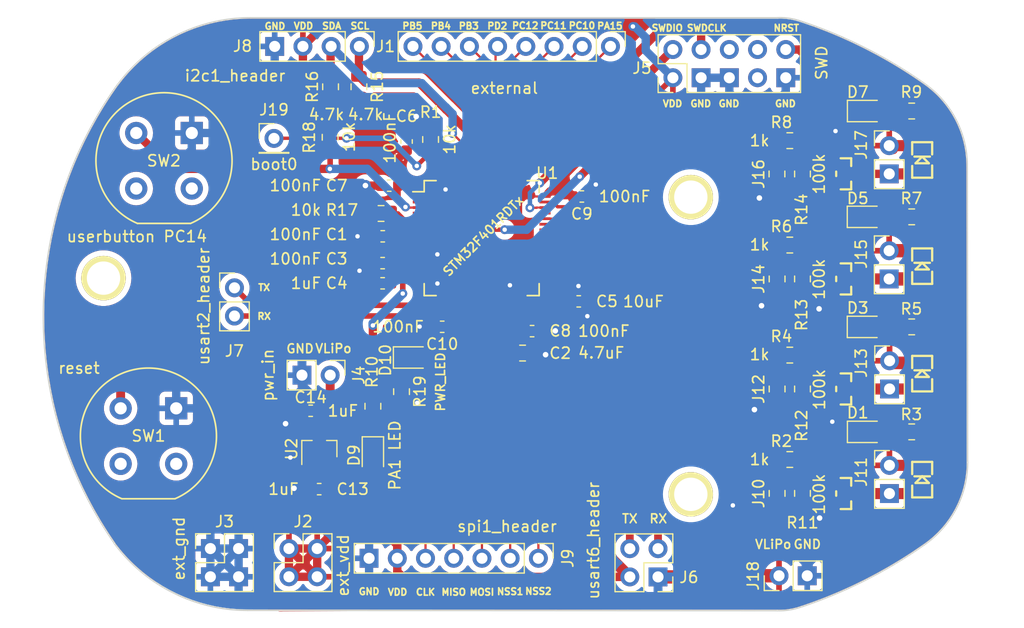
<source format=kicad_pcb>
(kicad_pcb (version 20221018) (generator pcbnew)
  (layers (0 "F.Cu" signal) (31 "B.Cu" signal) (34 "B.Paste" user) (35 "F.Paste" user) (36 "B.SilkS" user "B.Silkscreen") (37 "F.SilkS" user "F.Silkscreen") (38 "B.Mask" user) (39 "F.Mask" user) (44 "Edge.Cuts" user))
  (net 0 "")
  (net 1 "user_button")
  (net 2 "Net-(D1-Pad1)")
  (net 3 "Net-(D1-Pad2)")
  (net 4 "VLiPo")
  (net 5 "Net-(D3-Pad1)")
  (net 6 "Net-(D3-Pad2)")
  (net 7 "Net-(D5-Pad1)")
  (net 8 "Net-(D5-Pad2)")
  (net 9 "Net-(D7-Pad2)")
  (net 10 "Net-(D7-Pad1)")
  (net 11 "PA15")
  (net 12 "PC10")
  (net 13 "PC11")
  (net 14 "PC12")
  (net 15 "PD2")
  (net 16 "PB3")
  (net 17 "PB4")
  (net 18 "PB5")
  (net 19 "SWDIO")
  (net 20 "SWDCLK")
  (net 21 "USART2_TX")
  (net 22 "USART2_RX")
  (net 23 "SPI1NSS2")
  (net 24 "SPI1NSS1")
  (net 25 "SPI1CLK")
  (net 26 "SPI1MISO")
  (net 27 "SPI1MOSI")
  (net 28 "USART6_TX")
  (net 29 "PWM1")
  (net 30 "PWM2")
  (net 31 "PWM3")
  (net 32 "PWM4")
  (net 33 "I2C1_SDA")
  (net 34 "I2C1_SCL")
  (net 35 "Net-(Q1-PadG)")
  (net 36 "Net-(Q2-PadG)")
  (net 37 "Net-(Q3-PadG)")
  (net 38 "Net-(Q4-PadG)")
  (net 39 "user_led")
  (net 40 "USART6_RX")
  (net 41 "GND")
  (net 42 "vcap1")
  (net 43 "Net-(D9-Pad1)")
  (net 44 "VDD")
  (net 45 "boot0")
  (net 46 "Net-(D10-Pad1)")
  (net 47 "NRST")
  (net 48 "Net-(U1-Pad2)")
  (net 49 "Net-(U1-Pad4)")
  (net 50 "Net-(U1-Pad5)")
  (net 51 "Net-(U1-Pad6)")
  (net 52 "Net-(U1-Pad8)")
  (net 53 "Net-(U1-Pad9)")
  (net 54 "Net-(U1-Pad10)")
  (net 55 "Net-(U1-Pad11)")
  (net 56 "Net-(U1-Pad14)")
  (net 57 "Net-(U1-Pad20)")
  (net 58 "Net-(U1-Pad26)")
  (net 59 "Net-(U1-Pad27)")
  (net 60 "Net-(U1-Pad28)")
  (net 61 "Net-(U1-Pad29)")
  (net 62 "Net-(U1-Pad33)")
  (net 63 "Net-(U1-Pad34)")
  (net 64 "Net-(U1-Pad35)")
  (net 65 "Net-(U1-Pad36)")
  (net 66 "Net-(U1-Pad39)")
  (net 67 "Net-(U1-Pad40)")
  (net 68 "Net-(U1-Pad45)")
  (net 69 "Net-(U1-Pad61)")
  (net 70 "Net-(U1-Pad62)")
  (net 71 "SWO")
  (net 72 "Net-(J5-Pad7)")
  (net 73 "Net-(J5-Pad8)")
  (footprint "Resistor_SMD:R_0805_2012Metric" (layer "F.Cu") (at 134.62 75.438 90)
    (fp_text reference "J14")
    (fp_text value "Conn_01x02_Female")
  )
  (footprint "Resistor_SMD:R_0805_2012Metric" (layer "F.Cu") (at 146.7358 79.756 180)
    (fp_text reference "R5")
    (fp_text value "500")
  )
  (footprint "freetronics_footprints:SOT23_FET" (layer "F.Cu") (at 140.589 85.344 -90)
    (fp_text reference "Q2")
    (fp_text value "MOSFET_N" hide)
  )
  (footprint "Connector_PinHeader_2.54mm:PinHeader_1x02_P2.54mm_Vertical" (layer "F.Cu") (at 144.715001 63.441681)
    (fp_text reference "J17")
    (fp_text value "brushed_out")
  )
  (footprint "LED_SMD:LED_0805_2012Metric" (layer "F.Cu") (at 142.621 69.85)
    (fp_text reference "D5")
    (fp_text value "LED")
  )
  (footprint "Resistor_SMD:R_0805_2012Metric" (layer "F.Cu") (at 135.763 82.296 180)
    (fp_text reference "R4")
    (fp_text value "1k")
  )
  (footprint "Connector_PinHeader_2.54mm:PinHeader_1x02_P2.54mm_Vertical" (layer "F.Cu") (at 144.707121 72.898)
    (fp_text reference "J15")
    (fp_text value "brushed_out")
  )
  (footprint "Resistor_SMD:R_0805_2012Metric" (layer "F.Cu") (at 134.6073 65.9892 90)
    (fp_text reference "J16")
    (fp_text value "Conn_01x02_Female")
  )
  (footprint "Resistor_SMD:R_0805_2012Metric" (layer "F.Cu") (at 134.62 85.344 90)
    (fp_text reference "J12")
    (fp_text value "Conn_01x02_Female")
  )
  (footprint "LED_SMD:LED_0805_2012Metric" (layer "F.Cu") (at 142.6337 60.325)
    (fp_text reference "D7")
    (fp_text value "LED")
  )
  (footprint "freetronics_footprints:SOT23_FET" (layer "F.Cu") (at 140.589 65.9765 -90)
    (fp_text reference "Q4")
    (fp_text value "MOSFET_N" hide)
  )
  (footprint "Connector_PinHeader_2.54mm:PinHeader_1x02_P2.54mm_Vertical" (layer "F.Cu") (at 144.745481 82.804)
    (fp_text reference "J13")
    (fp_text value "brushed_out")
  )
  (footprint "Resistor_SMD:R_0805_2012Metric" (layer "F.Cu") (at 146.7358 69.85 180)
    (fp_text reference "R7")
    (fp_text value "500")
  )
  (footprint "Resistor_SMD:R_0805_2012Metric" (layer "F.Cu") (at 135.763 62.992 180)
    (fp_text reference "R8")
    (fp_text value "1k")
  )
  (footprint "LED_SMD:LED_0805_2012Metric" (layer "F.Cu") (at 142.621 79.756)
    (fp_text reference "D3")
    (fp_text value "LED")
  )
  (footprint "freetronics_footprints:SOT23_FET" (layer "F.Cu") (at 140.589 75.438 -90)
    (fp_text reference "Q3")
    (fp_text value "MOSFET_N" hide)
  )
  (footprint "freetronics_footprints:LED-0805" (layer "F.Cu") (at 147.678981 93.505841 90)
    (fp_text reference "D2")
    (fp_text value "DIODE")
  )
  (footprint "freetronics_footprints:LED-0805" (layer "F.Cu") (at 147.678981 64.727841 90)
    (fp_text reference "D8")
    (fp_text value "DIODE")
  )
  (footprint "freetronics_footprints:LED-0805" (layer "F.Cu") (at 147.678981 74.288201 90)
    (fp_text reference "D6")
    (fp_text value "DIODE")
  )
  (footprint "freetronics_footprints:LED-0805" (layer "F.Cu") (at 147.678981 83.964441 90)
    (fp_text reference "D4")
    (fp_text value "DIODE")
  )
  (footprint "Capacitor_SMD:C_0603_1608Metric" (layer "F.Cu") (at 101.2698 63.0682 90)
    (fp_text reference "C6")
    (fp_text value "100nF")
  )
  (footprint "Capacitor_SMD:C_0603_1608Metric" (layer "F.Cu") (at 99.70262 67.04076 180)
    (fp_text reference "C7")
    (fp_text value "100nF")
  )
  (footprint "Capacitor_SMD:C_0603_1608Metric" (layer "F.Cu") (at 117.0431 68.01612)
    (fp_text reference "C9")
    (fp_text value "100nF")
  )
  (footprint "Capacitor_SMD:C_0603_1608Metric" (layer "F.Cu") (at 104.47274 79.74584 180)
    (fp_text reference "C10")
    (fp_text value "100nF")
  )
  (footprint "LED_SMD:LED_0805_2012Metric" (layer "F.Cu") (at 98.2345 91.33332 -90)
    (fp_text reference "D9")
    (fp_text value "PA1 LED")
  )
  (footprint "Connector_PinHeader_2.54mm:PinHeader_1x02_P2.54mm_Vertical" (layer "F.Cu") (at 144.730481 92.219681)
    (fp_text reference "J11")
    (fp_text value "brushed_out")
  )
  (footprint "freetronics_footprints:SOT23_FET" (layer "F.Cu") (at 140.589 94.7547 -90)
    (fp_text reference "Q1")
    (fp_text value "MOSFET_N" hide)
  )
  (footprint "Resistor_SMD:R_0805_2012Metric" (layer "F.Cu") (at 103.4288 62.88532 90)
    (fp_text reference "R1")
    (fp_text value "10k")
  )
  (footprint "Resistor_SMD:R_0805_2012Metric" (layer "F.Cu") (at 146.7358 89.2048 180)
    (fp_text reference "R3")
    (fp_text value "500")
  )
  (footprint "Resistor_SMD:R_0805_2012Metric" (layer "F.Cu") (at 96.97974 58.1406 -90)
    (fp_text reference "R15")
    (fp_text value "4.7k")
  )
  (footprint "Button_Switch_THT:Push_E-Switch_KS01Q01" (layer "F.Cu") (at 75.52944 87.08644)
    (fp_text reference "SW1")
    (fp_text value "reset")
  )
  (footprint "Button_Switch_THT:Push_E-Switch_KS01Q01" (layer "F.Cu") (at 76.93152 62.30112)
    (fp_text reference "SW2")
    (fp_text value "userbutton PC14")
  )
  (footprint "Package_QFP:LQFP-64_10x10mm_P0.5mm" (layer "F.Cu") (at 108.0262 71.76516)
    (fp_text reference "U1")
    (fp_text value "STM32F401RDTx")
  )
  (footprint "Capacitor_SMD:C_0603_1608Metric" (layer "F.Cu") (at 112.56518 80.137)
    (fp_text reference "C8")
    (fp_text value "100nF")
  )
  (footprint "Capacitor_SMD:C_0805_2012Metric" (layer "F.Cu") (at 111.7092 82.11312)
    (fp_text reference "C2")
    (fp_text value "4.7uF")
  )
  (footprint "Connector_PinHeader_2.54mm:PinHeader_1x04_P2.54mm_Vertical" (layer "F.Cu") (at 97.0153 54.5084 -90)
    (fp_text reference "J8")
    (fp_text value "i2c1_header")
  )
  (footprint "Resistor_SMD:R_0805_2012Metric" (layer "F.Cu") (at 134.62 94.742 90)
    (fp_text reference "J10")
    (fp_text value "Conn_01x02_Female")
  )
  (footprint "Resistor_SMD:R_0805_2012Metric" (layer "F.Cu") (at 135.763 72.39 180)
    (fp_text reference "R6")
    (fp_text value "1k")
  )
  (footprint "Connector_PinHeader_2.54mm:PinHeader_1x02_P2.54mm_Vertical" (layer "F.Cu") (at 134.79272 102.1588 90)
    (fp_text reference "J18")
    (fp_text value "pwr_in")
  )
  (footprint "Resistor_SMD:R_0805_2012Metric" (layer "F.Cu") (at 98.2345 86.89872 90)
    (fp_text reference "R10")
    (fp_text value "500")
  )
  (footprint "Resistor_SMD:R_0805_2012Metric" (layer "F.Cu") (at 135.763 91.694 180)
    (fp_text reference "R2")
    (fp_text value "1k")
  )
  (footprint "Resistor_SMD:R_0805_2012Metric" (layer "F.Cu") (at 136.906 94.742 90)
    (fp_text reference "R11")
    (fp_text value "100k")
  )
  (footprint "Resistor_SMD:R_0805_2012Metric" (layer "F.Cu") (at 136.906 85.344 90)
    (fp_text reference "R12")
    (fp_text value "100k")
  )
  (footprint "Resistor_SMD:R_0805_2012Metric" (layer "F.Cu") (at 136.906 65.9892 90)
    (fp_text reference "R14")
    (fp_text value "100k")
  )
  (footprint "Resistor_SMD:R_0805_2012Metric" (layer "F.Cu") (at 136.906 75.438 90)
    (fp_text reference "R13")
    (fp_text value "100k")
  )
  (footprint "LED_SMD:LED_0805_2012Metric" (layer "F.Cu") (at 142.6337 89.2048)
    (fp_text reference "D1")
    (fp_text value "LED")
  )
  (footprint "Resistor_SMD:R_0805_2012Metric" (layer "F.Cu") (at 146.7358 60.325 180)
    (fp_text reference "R9")
    (fp_text value "500")
  )
  (footprint "Capacitor_SMD:C_0603_1608Metric" (layer "F.Cu") (at 92.6338 87.30488 180)
    (fp_text reference "C14")
    (fp_text value "1uF")
  )
  (footprint "Resistor_SMD:R_0805_2012Metric" (layer "F.Cu") (at 100.8126 85.5853 -90)
    (fp_text reference "R19")
    (fp_text value "500")
  )
  (footprint "LED_SMD:LED_0805_2012Metric" (layer "F.Cu") (at 101.7651 82.5119)
    (fp_text reference "D10")
    (fp_text value "PWR_LED")
  )
  (footprint "Resistor_SMD:R_0805_2012Metric" (layer "F.Cu") (at 94.4245 58.1406 90)
    (fp_text reference "R16")
    (fp_text value "4.7k")
  )
  (footprint "Connector_PinHeader_2.54mm:PinHeader_2x02_P2.54mm_Vertical" (layer "F.Cu") (at 90.68054 99.7077)
    (fp_text reference "J2")
    (fp_text value "ext_vdd")
  )
  (footprint "Connector_PinHeader_2.54mm:PinHeader_1x02_P2.54mm_Vertical" (layer "F.Cu") (at 94.38894 84.10194 -90)
    (fp_text reference "J4")
    (fp_text value "pwr_in")
  )
  (footprint "Connector_PinHeader_2.54mm:PinHeader_2x05_P2.54mm_Vertical" (layer "F.Cu") (at 125.23978 57.3278 90)
    (fp_text reference "J5")
    (fp_text value "SWD")
  )
  (footprint "Connector_PinHeader_2.54mm:PinHeader_1x08_P2.54mm_Vertical" (layer "F.Cu") (at 119.6213 54.5084 -90)
    (fp_text reference "J1")
    (fp_text value "external")
  )
  (footprint "Connector_PinHeader_2.54mm:PinHeader_1x07_P2.54mm_Vertical" (layer "F.Cu") (at 113.1316 100.584 -90)
    (fp_text reference "J9")
    (fp_text value "spi1_header")
  )
  (footprint "Connector_PinHeader_2.54mm:PinHeader_2x02_P2.54mm_Vertical" (layer "F.Cu") (at 123.9012 102.2604 180)
    (fp_text reference "J6")
    (fp_text value "usart6_header")
  )
  (footprint "Capacitor_SMD:C_0603_1608Metric" (layer "F.Cu") (at 93.40088 94.361 180)
    (fp_text reference "C13")
    (fp_text value "1uF")
  )
  (footprint "Connector_PinHeader_2.54mm:PinHeader_2x02_P2.54mm_Vertical" (layer "F.Cu") (at 83.60664 99.71024)
    (fp_text reference "J3")
    (fp_text value "ext_gnd")
  )
  (footprint "teensy:mcp1700" (layer "F.Cu") (at 93.41612 90.7415 90)
    (fp_text reference "U2")
    (fp_text value "MCP1700-3302E_TO92")
  )
  (footprint "Capacitor_SMD:C_0603_1608Metric" (layer "F.Cu") (at 99.12096 71.60006 180)
    (fp_text reference "C1")
    (fp_text value "100nF")
  )
  (footprint "Resistor_SMD:R_0805_2012Metric" (layer "F.Cu") (at 98.9711 69.54774)
    (fp_text reference "R17")
    (fp_text value "10k")
  )
  (footprint "Capacitor_SMD:C_0603_1608Metric" (layer "F.Cu") (at 99.1108 75.8317 180)
    (fp_text reference "C4")
    (fp_text value "1uF")
  )
  (footprint "Capacitor_SMD:C_0603_1608Metric" (layer "F.Cu") (at 99.1108 74.0156 180)
    (fp_text reference "C3")
    (fp_text value "100nF")
  )
  (footprint "Capacitor_SMD:C_0603_1608Metric" (layer "F.Cu") (at 116.7638 77.4573)
    (fp_text reference "C5")
    (fp_text value "10uF")
  )
  (footprint "Resistor_SMD:R_0805_2012Metric" (layer "F.Cu") (at 94.3864 62.6872 -90)
    (fp_text reference "R18")
    (fp_text value "10k")
  )
  (footprint "Connector_PinHeader_2.54mm:PinHeader_1x02_P2.54mm_Vertical" (layer "F.Cu") (at 85.7758 76.2381)
    (fp_text reference "J7")
    (fp_text value "usart2_header")
  )
  (footprint "Connector_PinHeader_2.54mm:PinHeader_1x01_P2.54mm_Vertical" (layer "F.Cu") (at 89.3318 62.7888)
    (fp_text reference "J19")
    (fp_text value "boot0")
  )
  (footprint "freetronics_footprints:1pin_prototyping" (layer "F.Cu") (at 126.85268 68.07708)
    (fp_text reference "1pin_prototyping" hide)
    (fp_text value "val**" hide)
  )
  (footprint "freetronics_footprints:1pin_prototyping" (layer "F.Cu") (at 126.85268 94.82836)
    (fp_text reference "1pin_prototyping" hide)
    (fp_text value "val**" hide)
  )
  (footprint "freetronics_footprints:1pin_prototyping" (layer "F.Cu") (at 73.98512 75.36688)
    (fp_text reference "1pin_prototyping" hide)
    (fp_text value "val**" hide)
  )
  (gr_line (start 151.72944 65.25768) (end 151.75484 91.96832) (stroke (width 0.15)) (layer "Edge.Cuts"))
  (gr_arc (start 136.893396 52.291333) (mid 142.543784 54.653227) (end 147.79752 57.80024) (stroke (width 0.15)) (layer "Edge.Cuts"))
  (gr_arc (start 147.83308 99.38512) (mid 142.544128 102.55823) (end 136.852604 104.934821) (stroke (width 0.15)) (layer "Edge.Cuts"))
  (gr_arc (start 151.75992 91.93276) (mid 150.719591 96.142426) (end 147.838119 99.382902) (stroke (width 0.15)) (layer "Edge.Cuts"))
  (gr_arc (start 86.94928 105.26268) (mid 80.244208 103.673418) (end 74.965759 99.243777) (stroke (width 0.15)) (layer "Edge.Cuts"))
  (gr_arc (start 136.829799 104.937559) (mid 135.75215 105.218286) (end 134.640687 105.287471) (stroke (width 0.15)) (layer "Edge.Cuts"))
  (gr_arc (start 134.671168 51.933448) (mid 135.782631 52.002633) (end 136.86028 52.28336) (stroke (width 0.15)) (layer "Edge.Cuts"))
  (gr_line (start 134.63524 105.28808) (end 86.9442 105.26268) (stroke (width 0.15)) (layer "Edge.Cuts"))
  (gr_line (start 87.2236 51.93792) (end 134.70128 51.93792) (stroke (width 0.15)) (layer "Edge.Cuts"))
  (gr_arc (start 75.2602 57.95264) (mid 80.538649 53.522999) (end 87.243721 51.933737) (stroke (width 0.15)) (layer "Edge.Cuts"))
  (gr_arc (start 147.80768 57.8104) (mid 150.689152 61.050876) (end 151.729481 65.260542) (stroke (width 0.15)) (layer "Edge.Cuts"))
  (gr_arc (start 74.987108 99.253509) (mid 68.578048 78.55808) (end 75.25512 57.94756) (stroke (width 0.15)) (layer "Edge.Cuts"))
  (gr_text "PB4" (at 104.3559 52.6669) (layer "F.SilkS") (effects (font (size 0.6 0.6))))
  (gr_text "PB3" (at 106.8705 52.6669) (layer "F.SilkS") (effects (font (size 0.6 0.6))))
  (gr_text "PD2" (at 109.4359 52.6669) (layer "F.SilkS") (effects (font (size 0.6 0.6))))
  (gr_text "PC12" (at 111.9505 52.6415) (layer "F.SilkS") (effects (font (size 0.6 0.6))))
  (gr_text "PC11" (at 114.4905 52.6415) (layer "F.SilkS") (effects (font (size 0.6 0.6))))
  (gr_text "PC10" (at 117.0559 52.6415) (layer "F.SilkS") (effects (font (size 0.6 0.6))))
  (gr_text "PA15" (at 119.5705 52.6669) (layer "F.SilkS") (effects (font (size 0.6 0.6))))
  (gr_text "GND" (at 89.4207 52.6923) (layer "F.SilkS") (effects (font (size 0.6 0.6))))
  (gr_text "VDD" (at 91.9861 52.6669) (layer "F.SilkS") (effects (font (size 0.6 0.6))))
  (gr_text "SDA" (at 94.5261 52.6669) (layer "F.SilkS") (effects (font (size 0.6 0.6))))
  (gr_text "SCL" (at 97.0661 52.6669) (layer "F.SilkS") (effects (font (size 0.6 0.6))))
  (gr_text "TX" (at 88.4428 76.2127) (layer "F.SilkS") (effects (font (size 0.6 0.6))))
  (gr_text "RX" (at 88.4428 78.8035) (layer "F.SilkS") (effects (font (size 0.6 0.6))))
  (gr_text "VLiPo" (at 94.68104 81.70164) (layer "F.SilkS") (effects (font (size 0.8 0.8))))
  (gr_text "GND" (at 97.8916 103.5812) (layer "F.SilkS") (effects (font (size 0.6 0.6))))
  (gr_text "VDD" (at 100.457 103.632) (layer "F.SilkS") (effects (font (size 0.6 0.6))))
  (gr_text "CLK" (at 102.9716 103.632) (layer "F.SilkS") (effects (font (size 0.6 0.6))))
  (gr_text "MISO" (at 105.5116 103.632) (layer "F.SilkS") (effects (font (size 0.6 0.6))))
  (gr_text "MOSI" (at 108.0516 103.632) (layer "F.SilkS") (effects (font (size 0.6 0.6))))
  (gr_text "NSS1" (at 110.5916 103.5812) (layer "F.SilkS") (effects (font (size 0.6 0.6))))
  (gr_text "NSS2" (at 113.1316 103.5558) (layer "F.SilkS") (effects (font (size 0.6 0.6))))
  (gr_text "TX" (at 121.3612 97.02292) (layer "F.SilkS") (effects (font (size 0.8 0.8))))
  (gr_text "RX" (at 123.9266 97.02292) (layer "F.SilkS") (effects (font (size 0.8 0.8))))
  (gr_text "GND" (at 91.67876 81.71688) (layer "F.SilkS") (effects (font (size 0.8 0.8))))
  (gr_text "SWDIO" (at 124.73178 52.8574) (layer "F.SilkS") (effects (font (size 0.6 0.6))))
  (gr_text "SWDCLK" (at 128.28778 52.8574) (layer "F.SilkS") (effects (font (size 0.6 0.6))))
  (gr_text "NRST" (at 135.45058 52.8574) (layer "F.SilkS") (effects (font (size 0.6 0.6))))
  (gr_text "VDD" (at 125.2093 59.6646) (layer "F.SilkS") (effects (font (size 0.6 0.6))))
  (gr_text "GND" (at 127.7493 59.6646) (layer "F.SilkS") (effects (font (size 0.6 0.6))))
  (gr_text "GND" (at 130.2893 59.6646) (layer "F.SilkS") (effects (font (size 0.6 0.6))))
  (gr_text "GND" (at 135.3693 59.6646) (layer "F.SilkS") (effects (font (size 0.6 0.6))))
  (gr_text "VLiPo" (at 134.26948 99.32924) (layer "F.SilkS") (effects (font (size 0.8 0.8))))
  (gr_text "GND" (at 137.3378 99.3267) (layer "F.SilkS") (effects (font (size 0.8 0.8))))
  (gr_text "PB5" (at 101.7905 52.6669) (layer "F.SilkS") (effects (font (size 0.6 0.6))))
  (segment (start 101.6262 69.01516) (end 101.22236 69.01516) (width 0.2) (layer "F.Cu") (net 1))
  (segment (start 94.3864 63.6247) (end 94.3864 65.5066) (width 0.5) (layer "F.Cu") (net 1))
  (segment (start 94.3864 65.5066) (end 94.361 65.532) (width 0.2) (layer "F.Cu") (net 1))
  (segment (start 80.1624 65.532) (end 76.93152 62.30112) (width 0.75) (layer "F.Cu") (net 1))
  (segment (start 94.361 65.532) (end 80.1624 65.532) (width 0.75) (layer "F.Cu") (net 1))
  (segment (start 102.3262 69.01516) (end 101.6262 69.01516) (width 0.2) (layer "F.Cu") (net 1))
  (segment (start 101.22236 69.01516) (end 101.1682 68.961) (width 0.2) (layer "F.Cu") (net 1))
  (via (at 94.361 65.532) (size 0.8) (drill 0.4) (layers "F.Cu" "B.Cu") (net 1))
  (via (at 101.1682 68.961) (size 0.8) (drill 0.4) (layers "F.Cu" "B.Cu") (net 1))
  (segment (start 97.7392 65.532) (end 101.1682 68.961) (width 0.75) (layer "B.Cu") (net 1))
  (segment (start 94.361 65.532) (end 97.7392 65.532) (width 0.75) (layer "B.Cu") (net 1))
  (segment (start 142.880481 94.759681) (end 144.730481 94.759681) (width 1) (layer "F.Cu") (net 2))
  (segment (start 142.8755 94.7547) (end 142.880481 94.759681) (width 1) (layer "F.Cu") (net 2))
  (segment (start 144.7255 94.7547) (end 144.730481 94.759681) (width 0.75) (layer "F.Cu") (net 2))
  (segment (start 141.68882 94.7547) (end 142.4432 94.7547) (width 0.75) (layer "F.Cu") (net 2))
  (segment (start 142.4432 94.67342) (end 141.68882 93.91904) (width 0.5) (layer "F.Cu") (net 2))
  (segment (start 141.68882 93.91904) (end 141.68882 89.21218) (width 0.75) (layer "F.Cu") (net 2))
  (segment (start 147.324301 94.759681) (end 147.678981 94.405001) (width 1) (layer "F.Cu") (net 2))
  (segment (start 141.6962 90.0048) (end 141.73783 90.04643) (width 1) (layer "F.Cu") (net 2))
  (segment (start 141.68882 89.21218) (end 141.6962 89.2048) (width 0.75) (layer "F.Cu") (net 2))
  (segment (start 141.6962 89.2048) (end 141.6962 90.0048) (width 1) (layer "F.Cu") (net 2))
  (segment (start 141.73783 94.7547) (end 142.8755 94.7547) (width 1) (layer "F.Cu") (net 2))
  (segment (start 144.730481 94.759681) (end 147.324301 94.759681) (width 1) (layer "F.Cu") (net 2))
  (segment (start 141.73783 90.04643) (end 141.73783 94.7547) (width 1) (layer "F.Cu") (net 2))
  (segment (start 141.68882 94.7547) (end 141.68882 93.91904) (width 0.75) (layer "F.Cu") (net 2))
  (segment (start 142.4432 94.7547) (end 144.7255 94.7547) (width 0.75) (layer "F.Cu") (net 2))
  (segment (start 142.4432 94.7547) (end 142.4432 94.67342) (width 0.5) (layer "F.Cu") (net 2))
  (segment (start 143.5712 89.2048) (end 145.7983 89.2048) (width 1.2) (layer "F.Cu") (net 3))
  (segment (start 147.6733 63.823) (end 147.678981 63.828681) (width 1.2) (layer "F.Cu") (net 4))
  (segment (start 146.90622 72.898) (end 147.6733 72.13092) (width 0.5) (layer "F.Cu") (net 4))
  (segment (start 147.678981 63.828681) (end 146.92884 63.828681) (width 0.75) (layer "F.Cu") (net 4))
  (segment (start 147.6733 63.3349) (end 147.6733 63.823) (width 0.75) (layer "F.Cu") (net 4))
  (segment (start 147.291981 92.219681) (end 147.678981 92.606681) (width 1) (layer "F.Cu") (net 4))
  (segment (start 144.745481 82.804) (end 146.62404 82.804) (width 0.75) (layer "F.Cu") (net 4))
  (segment (start 147.6733 89.2048) (end 147.6733 91.43492) (width 0.75) (layer "F.Cu") (net 4))
  (segment (start 147.6733 69.85) (end 149.6695 67.8538) (width 1.2) (layer "F.Cu") (net 4))
  (segment (start 146.77136 92.219681) (end 146.888539 92.219681) (width 0.5) (layer "F.Cu") (net 4))
  (segment (start 131.826 102.1588) (end 134.79272 102.1588) (width 1.2) (layer "F.Cu") (net 4))
  (segment (start 131.56692 102.41788) (end 129.574424 104.410375) (width 1.5) (layer "F.Cu") (net 4))
  (segment (start 149.6695 64.01976) (end 149.478421 63.828681) (width 1.2) (layer "F.Cu") (net 4))
  (segment (start 91.51612 89.7415) (end 93.41612 89.7415) (width 1.5) (layer "F.Cu") (net 4))
  (segment (start 147.6733 73.38336) (end 147.678981 73.389041) (width 0.75) (layer "F.Cu") (net 4))
  (segment (start 147.6733 60.325) (end 147.6733 62.3316) (width 1.2) (layer "F.Cu") (net 4))
  (segment (start 149.6441 83.23096) (end 149.478421 83.065281) (width 1.2) (layer "F.Cu") (net 4))
  (segment (start 149.478421 73.389041) (end 147.678981 73.389041) (width 1.2) (layer "F.Cu") (net 4))
  (segment (start 147.6733 89.2048) (end 148.2608 89.2048) (width 0.75) (layer "F.Cu") (net 4))
  (segment (start 149.6441 87.234) (end 149.6441 87.8215) (width 1.2) (layer "F.Cu") (net 4))
  (segment (start 147.678981 79.761681) (end 147.6733 79.756) (width 0.75) (layer "F.Cu") (net 4))
  (segment (start 144.707121 72.898) (end 147.18794 72.898) (width 1.2) (layer "F.Cu") (net 4))
  (segment (start 144.715001 63.441681) (end 146.4945 63.441681) (width 1) (layer "F.Cu") (net 4))
  (segment (start 146.75104 72.898) (end 146.90622 72.898) (width 0.5) (layer "F.Cu") (net 4))
  (segment (start 146.75104 72.898) (end 147.18794 72.898) (width 0.75) (layer "F.Cu") (net 4))
  (segment (start 145.102001 63.828681) (end 144.715001 63.441681) (width 0.75) (layer "F.Cu") (net 4))
  (segment (start 147.678981 83.065281) (end 145.006762 83.065281) (width 1) (layer "F.Cu") (net 4))
  (segment (start 93.41612 89.7415) (end 93.41612 87.31006) (width 0.75) (layer "F.Cu") (net 4))
  (segment (start 149.478421 83.065281) (end 147.678981 83.065281) (width 1.2) (layer "F.Cu") (net 4))
  (segment (start 149.6441 95.6437) (end 149.6568 95.6564) (width 1.2) (layer "F.Cu") (net 4))
  (segment (start 91.239419 90.018201) (end 91.51612 89.7415) (width 1.5) (layer "F.Cu") (net 4))
  (segment (start 146.563219 63.441681) (end 147.6733 62.3316) (width 1) (layer "F.Cu") (net 4))
  (segment (start 147.6733 89.2048) (end 147.6733 92.601) (width 1.2) (layer "F.Cu") (net 4))
  (segment (start 147.6733 89.2048) (end 149.6441 87.234) (width 1.2) (layer "F.Cu") (net 4))
  (segment (start 147.6733 62.3316) (end 147.6733 63.823) (width 1.2) (layer "F.Cu") (net 4))
  (segment (start 144.707121 72.898) (end 146.75104 72.898) (width 0.75) (layer "F.Cu") (net 4))
  (segment (start 146.4945 63.441681) (end 146.563219 63.441681) (width 1) (layer "F.Cu") (net 4))
  (segment (start 146.62404 82.804) (end 147.008421 82.804) (width 0.5) (layer "F.Cu") (net 4))
  (segment (start 147.6733 79.756) (end 147.6733 83.0596) (width 1.2) (layer "F.Cu") (net 4))
  (segment (start 93.41612 87.31006) (end 93.4213 87.30488) (width 0.75) (layer "F.Cu") (net 4))
  (segment (start 149.6695 67.8538) (end 149.6695 64.01976) (width 1.2) (layer "F.Cu") (net 4))
  (segment (start 88.4936 91.27236) (end 89.64168 90.12428) (width 1.5) (layer "F.Cu") (net 4))
  (segment (start 147.6733 72.13092) (end 147.6733 72.8218) (width 0.75) (layer "F.Cu") (net 4))
  (segment (start 145.3642 99.949) (end 134.0358 99.949) (width 1.2) (layer "F.Cu") (net 4))
  (segment (start 146.77136 92.219681) (end 147.291981 92.219681) (width 0.75) (layer "F.Cu") (net 4))
  (segment (start 146.62404 82.804) (end 147.4177 82.804) (width 0.75) (layer "F.Cu") (net 4))
  (segment (start 145.006762 83.065281) (end 144.745481 82.804) (width 1) (layer "F.Cu") (net 4))
  (segment (start 89.93082 104.61202) (end 88.4936 103.1748) (width 1.5) (layer "F.Cu") (net 4))
  (segment (start 147.6733 69.85) (end 147.6733 72.13092) (width 0.75) (layer "F.Cu") (net 4))
  (segment (start 146.888539 92.219681) (end 147.6733 91.43492) (width 0.5) (layer "F.Cu") (net 4))
  (segment (start 144.730481 92.219681) (end 147.291981 92.219681) (width 1) (layer "F.Cu") (net 4))
  (segment (start 146.92884 63.62978) (end 147.6733 62.88532) (width 0.5) (layer "F.Cu") (net 4))
  (segment (start 89.64168 90.12428) (end 91.239419 90.018201) (width 1.5) (layer "F.Cu") (net 4))
  (segment (start 147.678981 69.855681) (end 147.6733 69.85) (width 1.2) (layer "F.Cu") (net 4))
  (segment (start 94.38894 86.33724) (end 93.4213 87.30488) (width 0.8) (layer "F.Cu") (net 4))
  (segment (start 147.6733 79.756) (end 149.6695 77.7598) (width 1.2) (layer "F.Cu") (net 4))
  (segment (start 147.6733 91.43492) (end 147.6733 92.601) (width 0.75) (layer "F.Cu") (net 4))
  (segment (start 129.574424 104.410375) (end 129.372887 104.410268) (width 1.5) (layer "F.Cu") (net 4))
  (segment (start 149.6441 87.234) (end 149.6441 83.23096) (width 1.2) (layer "F.Cu") (net 4))
  (segment (start 144.730481 92.219681) (end 146.77136 92.219681) (width 0.75) (layer "F.Cu") (net 4))
  (segment (start 129.372887 104.410268) (end 89.93082 104.61202) (width 1.5) (layer "F.Cu") (net 4))
  (segment (start 94.38894 84.10194) (end 94.38894 86.33724) (width 0.8) (layer "F.Cu") (net 4))
  (segment (start 147.678981 73.389041) (end 147.678981 69.855681) (width 1.2) (layer "F.Cu") (net 4))
  (segment (start 134.0358 99.949) (end 131.56692 102.41788) (width 1.2) (layer "F.Cu") (net 4))
  (segment (start 147.6733 62.88532) (end 147.6733 63.3349) (width 0.75) (layer "F.Cu") (net 4))
  (segment (start 131.56692 102.41788) (end 131.826 102.1588) (width 1.2) (layer "F.Cu") (net 4))
  (segment (start 149.478421 63.828681) (end 147.678981 63.828681) (width 1.2) (layer "F.Cu") (net 4))
  (segment (start 149.6441 95.6691) (end 145.3642 99.949) (width 1.2) (layer "F.Cu") (net 4))
  (segment (start 93.4213 87.30488) (end 93.4213 86.69772) (width 0.8) (layer "F.Cu") (net 4))
  (segment (start 93.41612 89.7415) (end 91.348698 89.7415) (width 1.5) (layer "F.Cu") (net 4))
  (segment (start 88.4936 103.1748) (end 88.4936 91.27236) (width 1.5) (layer "F.Cu") (net 4))
  (segment (start 149.6695 73.58012) (end 149.478421 73.389041) (width 1.2) (layer "F.Cu") (net 4))
  (segment (start 147.6733 72.8218) (end 147.6733 73.38336) (width 0.75) (layer "F.Cu") (net 4))
  (segment (start 149.6441 95.6437) (end 149.6441 95.6691) (width 1.2) (layer "F.Cu") (net 4))
  (segment (start 147.18794 72.898) (end 147.678981 73.389041) (width 1.2) (layer "F.Cu") (net 4))
  (segment (start 149.6441 87.234) (end 149.6441 95.6437) (width 1.2) (layer "F.Cu") (net 4))
  (segment (start 149.6695 77.7598) (end 149.6695 73.58012) (width 1.2) (layer "F.Cu") (net 4))
  (segment (start 146.4945 63.441681) (end 147.291981 63.441681) (width 1) (layer "F.Cu") (net 4))
  (segment (start 147.6733 92.601) (end 147.678981 92.606681) (width 1.2) (layer "F.Cu") (net 4))
  (segment (start 148.2608 89.2048) (end 149.6441 87.8215) (width 0.75) (layer "F.Cu") (net 4))
  (segment (start 93.4213 86.69772) (end 94.38894 85.73008) (width 0.8) (layer "F.Cu") (net 4))
  (segment (start 94.38894 85.73008) (end 94.38894 84.10194) (width 0.75) (layer "F.Cu") (net 4))
  (segment (start 141.68882 84.4677) (end 142.56512 85.344) (width 0.5) (layer "F.Cu") (net 5))
  (segment (start 141.6835 79.756) (end 141.6835 83.00402) (width 1) (layer "F.Cu") (net 5))
  (segment (start 141.68882 85.344) (end 142.56512 85.344) (width 0.75) (layer "F.Cu") (net 5))
  (segment (start 147.198582 85.344) (end 147.678981 84.863601) (width 1) (layer "F.Cu") (net 5))
  (segment (start 144.745481 85.344) (end 147.198582 85.344) (width 1) (layer "F.Cu") (net 5))
  (segment (start 142.56512 85.344) (end 144.745481 85.344) (width 0.75) (layer "F.Cu") (net 5))
  (segment (start 141.68882 84.35872) (end 141.68882 84.4677) (width 0.5) (layer "F.Cu") (net 5))
  (segment (start 141.73783 83.058351) (end 141.73783 85.344) (width 1) (layer "F.Cu") (net 5))
  (segment (start 144.745481 85.344) (end 141.73783 85.344) (width 1) (layer "F.Cu") (net 5))
  (segment (start 141.6835 85.33868) (end 141.68882 85.344) (width 0.75) (layer "F.Cu") (net 5))
  (segment (start 141.6835 84.3534) (end 141.68882 84.35872) (width 0.5) (layer "F.Cu") (net 5))
  (segment (start 141.6835 79.756) (end 141.6835 84.3534) (width 0.75) (layer "F.Cu") (net 5))
  (segment (start 141.6835 84.3534) (end 141.6835 85.33868) (width 0.75) (layer "F.Cu") (net 5))
  (segment (start 141.6835 83.00402) (end 141.73783 83.058351) (width 1) (layer "F.Cu") (net 5))
  (segment (start 145.7983 79.756) (end 143.5585 79.756) (width 1.2) (layer "F.Cu") (net 6))
  (segment (start 144.707121 75.438) (end 142.53972 75.438) (width 0.75) (layer "F.Cu") (net 7))
  (segment (start 141.75232 74.6506) (end 142.53972 75.438) (width 0.5) (layer "F.Cu") (net 7))
  (segment (start 141.6835 70.65) (end 141.73783 70.70433) (width 1) (layer "F.Cu") (net 7))
  (segment (start 141.73783 70.70433) (end 141.73783 75.438) (width 1) (layer "F.Cu") (net 7))
  (segment (start 142.53972 75.438) (end 141.68882 75.438) (width 0.75) (layer "F.Cu") (net 7))
  (segment (start 141.68882 74.6506) (end 141.68882 69.85532) (width 0.75) (layer "F.Cu") (net 7))
  (segment (start 141.73783 75.438) (end 144.707121 75.438) (width 1) (layer "F.Cu") (net 7))
  (segment (start 144.707121 75.438) (end 147.428342 75.438) (width 1.2) (layer "F.Cu") (net 7))
  (segment (start 147.428342 75.438) (end 147.678981 75.187361) (width 1.2) (layer "F.Cu") (net 7))
  (segment (start 141.6835 69.85) (end 141.6835 70.65) (width 1) (layer "F.Cu") (net 7))
  (segment (start 141.68882 74.6506) (end 141.75232 74.6506) (width 0.5) (layer "F.Cu") (net 7))
  (segment (start 141.68882 75.438) (end 141.68882 74.6506) (width 0.75) (layer "F.Cu") (net 7))
  (segment (start 141.68882 69.85532) (end 141.6835 69.85) (width 0.75) (layer "F.Cu") (net 7))
  (segment (start 143.5585 69.85) (end 145.7983 69.85) (width 1) (layer "F.Cu") (net 8))
  (segment (start 143.5712 60.325) (end 145.7983 60.325) (width 1.2) (layer "F.Cu") (net 9))
  (segment (start 141.6962 60.325) (end 141.6962 65.23228) (width 0.75) (layer "F.Cu") (net 10))
  (segment (start 141.6962 65.23228) (end 141.6962 65.96912) (width 0.75) (layer "F.Cu") (net 10))
  (segment (start 141.6962 60.325) (end 141.6962 62.391151) (width 1) (layer "F.Cu") (net 10))
  (segment (start 141.739519 65.23228) (end 142.48892 65.981681) (width 0.5) (layer "F.Cu") (net 10))
  (segment (start 141.737831 62.864582) (end 141.737831 65.9765) (width 1) (layer "F.Cu") (net 10))
  (segment (start 142.48892 65.981681) (end 141.694001 65.981681) (width 0.75) (layer "F.Cu") (net 10))
  (segment (start 147.324301 65.981681) (end 147.678981 65.627001) (width 1) (layer "F.Cu") (net 10))
  (segment (start 144.715001 65.981681) (end 142.48892 65.981681) (width 0.75) (layer "F.Cu") (net 10))
  (segment (start 141.6962 62.391151) (end 141.737831 62.432782) (width 1) (layer "F.Cu") (net 10))
  (segment (start 141.694001 65.981681) (end 141.68882 65.9765) (width 0.75) (layer "F.Cu") (net 10))
  (segment (start 141.6962 65.96912) (end 141.68882 65.9765) (width 0.75) (layer "F.Cu") (net 10))
  (segment (start 141.6962 65.23228) (end 141.739519 65.23228) (width 0.5) (layer "F.Cu") (net 10))
  (segment (start 141.68882 60.33238) (end 141.6962 60.325) (width 0.25) (layer "F.Cu") (net 10))
  (segment (start 144.715001 65.981681) (end 147.324301 65.981681) (width 1) (layer "F.Cu") (net 10))
  (segment (start 141.737831 62.432782) (end 141.737831 62.864582) (width 1) (layer "F.Cu") (net 10))
  (segment (start 111.2762 62.8535) (end 118.771301 55.358399) (width 0.2) (layer "F.Cu") (net 11))
  (segment (start 118.771301 55.358399) (end 119.6213 54.5084) (width 0.2) (layer "F.Cu") (net 11))
  (segment (start 111.2762 66.06516) (end 111.2762 62.8535) (width 0.2) (layer "F.Cu") (net 11))
  (segment (start 110.7821 65.35926) (end 110.7821 60.8076) (width 0.2) (layer "F.Cu") (net 12))
  (segment (start 110.7762 65.36516) (end 110.7821 65.35926) (width 0.2) (layer "F.Cu") (net 12))
  (segment (start 110.7762 66.06516) (end 110.7762 65.36516) (width 0.2) (layer "F.Cu") (net 12))
  (segment (start 110.7821 60.8076) (end 117.0813 54.5084) (width 0.2) (layer "F.Cu") (net 12))
  (segment (start 114.5413 54.5084) (end 110.2762 58.7735) (width 0.2) (layer "F.Cu") (net 13))
  (segment (start 110.2762 58.7735) (end 110.2762 66.06516) (width 0.2) (layer "F.Cu") (net 13))
  (segment (start 109.7762 56.7335) (end 112.0013 54.5084) (width 0.2) (layer "F.Cu") (net 14))
  (segment (start 109.7762 66.06516) (end 109.7762 56.7335) (width 0.2) (layer "F.Cu") (net 14))
  (segment (start 109.2762 54.6935) (end 109.4613 54.5084) (width 0.2) (layer "F.Cu") (net 15))
  (segment (start 109.2762 66.06516) (end 109.2762 54.6935) (width 0.2) (layer "F.Cu") (net 15))
  (segment (start 108.7762 66.06516) (end 108.7762 56.3633) (width 0.2) (layer "F.Cu") (net 16))
  (segment (start 108.7762 56.3633) (end 106.9213 54.5084) (width 0.2) (layer "F.Cu") (net 16))
  (segment (start 108.2762 58.4033) (end 104.3813 54.5084) (width 0.2) (layer "F.Cu") (net 17))
  (segment (start 108.2762 66.06516) (end 108.2762 58.4033) (width 0.2) (layer "F.Cu") (net 17))
  (segment (start 107.7762 60.4433) (end 107.02798 59.69508) (width 0.2) (layer "F.Cu") (net 18))
  (segment (start 107.7762 66.06516) (end 107.7762 60.4433) (width 0.2) (layer "F.Cu") (net 18))
  (segment (start 107.02798 59.69508) (end 101.8413 54.5084) (width 0.2) (layer "F.Cu") (net 18))
  (segment (start 112.935285 69.03212) (end 112.952245 69.01516) (width 0.2) (layer "F.Cu") (net 19))
  (segment (start 112.3696 69.03212) (end 112.935285 69.03212) (width 0.2) (layer "F.Cu") (net 19))
  (segment (start 113.0762 69.01516) (end 113.07284 69.0118) (width 0.15) (layer "F.Cu") (net 19))
  (segment (start 113.2586 66.802) (end 121.6152 58.4454) (width 0.75) (layer "F.Cu") (net 19))
  (segment (start 112.38992 69.0118) (end 112.3696 69.03212) (width 0.15) (layer "F.Cu") (net 19))
  (segment (start 112.952245 69.01516) (end 113.0762 69.01516) (width 0.2) (layer "F.Cu") (net 19))
  (segment (start 121.6152 58.4454) (end 121.6152 58.41238) (width 0.75) (layer "F.Cu") (net 19))
  (segment (start 121.6152 58.41238) (end 125.23978 54.7878) (width 0.75) (layer "F.Cu") (net 19))
  (segment (start 113.7262 69.01516) (end 113.0762 69.01516) (width 0.15) (layer "F.Cu") (net 19))
  (via (at 112.3696 69.03212) (size 0.8) (drill 0.4) (layers "F.Cu" "B.Cu") (net 19))
  (via (at 113.2586 66.802) (size 0.8) (drill 0.4) (layers "F.Cu" "B.Cu") (net 19))
  (segment (start 112.3696 67.691) (end 112.3696 69.03212) (width 0.4) (layer "B.Cu") (net 19))
  (segment (start 113.2586 66.802) (end 112.3696 67.691) (width 0.4) (layer "B.Cu") (net 19))
  (segment (start 112.28062 64.76074) (end 112.37886 64.76074) (width 0.3) (layer "F.Cu") (net 20))
  (segment (start 111.7762 66.06516) (end 111.7762 65.69016) (width 0.3) (layer "F.Cu") (net 20))
  (segment (start 127.77978 54.7878) (end 127.77978 53.29428) (width 0.75) (layer "F.Cu") (net 20))
  (segment (start 127.4699 52.9844) (end 124.1552 52.9844) (width 0.75) (layer "F.Cu") (net 20))
  (segment (start 124.1552 52.9844) (end 112.37886 64.76074) (width 0.75) (layer "F.Cu") (net 20))
  (segment (start 111.7762 66.06516) (end 111.7762 65.26516) (width 0.3) (layer "F.Cu") (net 20))
  (segment (start 127.77978 53.29428) (end 127.4699 52.9844) (width 0.75) (layer "F.Cu") (net 20))
  (segment (start 111.7762 65.26516) (end 112.28062 64.76074) (width 0.3) (layer "F.Cu") (net 20))
  (segment (start 101.61016 77.81036) (end 87.34806 77.81036) (width 0.5) (layer "F.Cu") (net 21))
  (segment (start 102.31628 76.54686) (end 102.31628 77.10424) (width 0.4) (layer "F.Cu") (net 21))
  (segment (start 87.34806 77.81036) (end 85.7758 76.2381) (width 0.5) (layer "F.Cu") (net 21))
  (segment (start 102.31628 75.590161) (end 102.3262 75.590161) (width 0.5) (layer "F.Cu") (net 21))
  (segment (start 102.31628 77.10424) (end 101.61016 77.81036) (width 0.5) (layer "F.Cu") (net 21))
  (segment (start 102.3262 76.46294) (end 102.3262 76.53694) (width 0.4) (layer "F.Cu") (net 21))
  (segment (start 102.3262 76.53694) (end 102.31628 76.54686) (width 0.4) (layer "F.Cu") (net 21))
  (segment (start 102.31628 77.10424) (end 102.31628 75.590161) (width 0.5) (layer "F.Cu") (net 21))
  (segment (start 102.3262 75.51516) (end 102.3262 76.46294) (width 0.3) (layer "F.Cu") (net 21))
  (segment (start 102.97668 78.78572) (end 102.964144 78.773184) (width 0.5) (layer "F.Cu") (net 22))
  (segment (start 103.69224 78.04912) (end 103.69224 78.07016) (width 0.5) (layer "F.Cu") (net 22))
  (segment (start 87.691621 78.7781) (end 85.7758 78.7781) (width 0.5) (layer "F.Cu") (net 22))
  (segment (start 87.696537 78.773184) (end 87.691621 78.7781) (width 0.5) (layer "F.Cu") (net 22))
  (segment (start 103.69224 78.07016) (end 102.97668 78.78572) (width 0.5) (layer "F.Cu") (net 22))
  (segment (start 103.69224 78.04912) (end 104.201199 77.540161) (width 0.3) (layer "F.Cu") (net 22))
  (segment (start 102.964144 78.773184) (end 87.696537 78.773184) (width 0.5) (layer "F.Cu") (net 22))
  (segment (start 113.1316 87.0077) (end 113.1316 100.584) (width 0.2) (layer "F.Cu") (net 23))
  (segment (start 108.2762 82.1523) (end 113.1316 87.0077) (width 0.2) (layer "F.Cu") (net 23))
  (segment (start 108.2762 77.46516) (end 108.2762 82.1523) (width 0.2) (layer "F.Cu") (net 23))
  (segment (start 110.5916 87.1093) (end 110.5916 100.584) (width 0.2) (layer "F.Cu") (net 24))
  (segment (start 107.7762 77.46516) (end 107.7762 84.2939) (width 0.2) (layer "F.Cu") (net 24))
  (segment (start 107.7762 84.2939) (end 110.5916 87.1093) (width 0.2) (layer "F.Cu") (net 24))
  (segment (start 102.9716 89.7255) (end 102.9716 100.584) (width 0.2) (layer "F.Cu") (net 25))
  (segment (start 106.2762 86.4209) (end 102.9716 89.7255) (width 0.2) (layer "F.Cu") (net 25))
  (segment (start 106.2762 77.46516) (end 106.2762 86.4209) (width 0.2) (layer "F.Cu") (net 25))
  (segment (start 106.7762 77.46516) (end 106.7762 87.6989) (width 0.2) (layer "F.Cu") (net 26))
  (segment (start 105.5116 88.9635) (end 105.5116 100.584) (width 0.2) (layer "F.Cu") (net 26))
  (segment (start 106.7762 87.6989) (end 105.5116 88.9635) (width 0.2) (layer "F.Cu") (net 26))
  (segment (start 107.2762 86.3212) (end 108.0516 87.0966) (width 0.2) (layer "F.Cu") (net 27))
  (segment (start 108.0516 87.0966) (end 108.0516 100.584) (width 0.2) (layer "F.Cu") (net 27))
  (segment (start 107.2762 77.46516) (end 107.2762 86.3212) (width 0.2) (layer "F.Cu") (net 27))
  (segment (start 121.3612 99.7204) (end 121.3612 80.4164) (width 0.7) (layer "F.Cu") (net 28))
  (segment (start 113.7262 73.51516) (end 114.4262 73.51516) (width 0.2) (layer "F.Cu") (net 28))
  (segment (start 115.42268 73.51268) (end 121.3612 79.4512) (width 0.3) (layer "F.Cu") (net 28))
  (segment (start 114.99088 73.51268) (end 114.60988 73.51268) (width 0.3) (layer "F.Cu") (net 28))
  (segment (start 114.4262 73.51516) (end 114.42868 73.51268) (width 0.2) (layer "F.Cu") (net 28))
  (segment (start 114.42868 73.51268) (end 114.60988 73.51268) (width 0.2) (layer "F.Cu") (net 28))
  (segment (start 114.99088 73.51268) (end 115.42268 73.51268) (width 0.3) (layer "F.Cu") (net 28))
  (segment (start 121.3612 79.4512) (end 121.3612 80.4164) (width 0.3) (layer "F.Cu") (net 28))
  (segment (start 114.4262 71.51516) (end 114.42728 71.51624) (width 0.2) (layer "F.Cu") (net 29))
  (segment (start 134.8255 91.694) (end 134.8255 93.599) (width 0.75) (layer "F.Cu") (net 29))
  (segment (start 134.8255 93.599) (end 134.62 93.8045) (width 0.75) (layer "F.Cu") (net 29))
  (segment (start 128.9812 84.59216) (end 118.76657 74.37753) (width 0.75) (layer "F.Cu") (net 29))
  (segment (start 117.78996 74.3712) (end 118.76024 74.37753) (width 0.2) (layer "F.Cu") (net 29))
  (segment (start 134.8255 91.694) (end 134.238 91.694) (width 0.75) (layer "F.Cu") (net 29))
  (segment (start 115.248806 71.8185) (end 115.248806 71.830046) (width 0.2) (layer "F.Cu") (net 29))
  (segment (start 134.238 91.694) (end 128.9812 86.4372) (width 0.75) (layer "F.Cu") (net 29))
  (segment (start 128.9812 86.4372) (end 128.9812 84.59216) (width 0.75) (layer "F.Cu") (net 29))
  (segment (start 113.7262 71.51516) (end 114.4262 71.51516) (width 0.2) (layer "F.Cu") (net 29))
  (segment (start 115.248806 71.830046) (end 117.78996 74.3712) (width 0.2) (layer "F.Cu") (net 29))
  (segment (start 114.946546 71.51624) (end 115.248806 71.8185) (width 0.2) (layer "F.Cu") (net 29))
  (segment (start 118.76657 74.37753) (end 118.76024 74.37753) (width 0.75) (layer "F.Cu") (net 29))
  (segment (start 118.76024 74.37753) (end 118.76024 74.3712) (width 0.2) (layer "F.Cu") (net 29))
  (segment (start 114.42728 71.51624) (end 114.946546 71.51624) (width 0.2) (layer "F.Cu") (net 29))
  (segment (start 134.8255 83.63712) (end 134.8255 84.201) (width 0.75) (layer "F.Cu") (net 30))
  (segment (start 113.7262 71.01516) (end 115.52866 71.01516) (width 0.2) (layer "F.Cu") (net 30))
  (segment (start 118.00332 73.50252) (end 126.03202 73.50252) (width 0.6) (layer "F.Cu") (net 30))
  (segment (start 115.52866 71.01516) (end 115.52866 71.02786) (width 0.2) (layer "F.Cu") (net 30))
  (segment (start 134.8255 84.201) (end 134.62 84.4065) (width 0.75) (layer "F.Cu") (net 30))
  (segment (start 134.8255 82.296) (end 134.8255 83.63712) (width 0.75) (layer "F.Cu") (net 30))
  (segment (start 115.52866 71.02786) (end 118.00332 73.50252) (width 0.2) (layer "F.Cu") (net 30))
  (segment (start 126.03202 73.50252) (end 134.8255 82.296) (width 0.6) (layer "F.Cu") (net 30))
  (segment (start 134.50824 73.1012) (end 133.79704 72.39) (width 0.5) (layer "F.Cu") (net 31))
  (segment (start 134.62 74.5005) (end 134.62 73.1012) (width 0.75) (layer "F.Cu") (net 31))
  (segment (start 134.62 73.1012) (end 134.50824 73.1012) (width 0.5) (layer "F.Cu") (net 31))
  (segment (start 134.8255 72.39) (end 133.79704 72.39) (width 0.75) (layer "F.Cu") (net 31))
  (segment (start 134.62 72.5955) (end 134.8255 72.39) (width 0.75) (layer "F.Cu") (net 31))
  (segment (start 113.7262 70.51516) (end 116.41296 70.51516) (width 0.2) (layer "F.Cu") (net 31))
  (segment (start 116.41296 70.51516) (end 118.2878 72.39) (width 0.2) (layer "F.Cu") (net 31))
  (segment (start 134.62 73.1012) (end 134.62 72.5955) (width 0.75) (layer "F.Cu") (net 31))
  (segment (start 133.79704 72.39) (end 118.2878 72.39) (width 0.75) (layer "F.Cu") (net 31))
  (segment (start 113.7262 70.01516) (end 117.679366 70.01516) (width 0.2) (layer "F.Cu") (net 32))
  (segment (start 134.8255 64.24168) (end 134.8255 64.8335) (width 0.75) (layer "F.Cu") (net 32))
  (segment (start 133.63956 65.0517) (end 122.642826 65.0517) (width 0.75) (layer "F.Cu") (net 32))
  (segment (start 117.679366 70.01516) (end 118.053386 69.64114) (width 0.2) (layer "F.Cu") (net 32))
  (segment (start 133.63956 65.0517) (end 134.01548 65.0517) (width 0.5) (layer "F.Cu") (net 32))
  (segment (start 122.642826 65.0517) (end 119.952726 67.7418) (width 0.75) (layer "F.Cu") (net 32))
  (segment (start 134.01548 65.0517) (end 134.8255 64.24168) (width 0.5) (layer "F.Cu") (net 32))
  (segment (start 134.8255 62.992) (end 134.8255 64.24168) (width 0.75) (layer "F.Cu") (net 32))
  (segment (start 118.053386 69.64114) (end 119.952726 67.7418) (width 0.5) (layer "F.Cu") (net 32))
  (segment (start 134.8255 64.8335) (end 134.6073 65.0517) (width 0.75) (layer "F.Cu") (net 32))
  (segment (start 134.6073 65.0517) (end 133.63956 65.0517) (width 0.75) (layer "F.Cu") (net 32))
  (segment (start 94.4245 54.5592) (end 94.4753 54.5084) (width 0.75) (layer "F.Cu") (net 33))
  (segment (start 106.7762 66.06516) (end 106.7762 63.7105) (width 0.2) (layer "F.Cu") (net 33))
  (segment (start 94.4245 54.0639) (end 94.4372 54.0512) (width 0.75) (layer "F.Cu") (net 33))
  (segment (start 106.7762 63.7105) (end 105.41 62.3443) (width 0.2) (layer "F.Cu") (net 33))
  (segment (start 94.4245 57.2031) (end 94.4245 54.5592) (width 0.75) (layer "F.Cu") (net 33))
  (via (at 105.41 62.3443) (size 0.8) (drill 0.4) (layers "F.Cu" "B.Cu") (net 33))
  (segment (start 104.811643 59.980643) (end 105.41 60.579) (width 0.75) (layer "B.Cu") (net 33))
  (segment (start 97.77859 57.81169) (end 94.4753 54.5084) (width 0.75) (layer "B.Cu") (net 33))
  (segment (start 104.8004 59.980643) (end 104.811643 59.980643) (width 0.75) (layer "B.Cu") (net 33))
  (segment (start 105.41 60.579) (end 105.41 62.3443) (width 0.75) (layer "B.Cu") (net 33))
  (segment (start 102.631447 57.81169) (end 97.77859 57.81169) (width 0.75) (layer "B.Cu") (net 33))
  (segment (start 104.8004 59.980643) (end 102.631447 57.81169) (width 0.75) (layer "B.Cu") (net 33))
  (segment (start 96.9772 57.20056) (end 96.97974 57.2031) (width 0.75) (layer "F.Cu") (net 34))
  (segment (start 107.2762 66.06516) (end 107.2762 62.6484) (width 0.2) (layer "F.Cu") (net 34))
  (segment (start 96.97974 54.54396) (end 97.0153 54.5084) (width 0.75) (layer "F.Cu") (net 34))
  (segment (start 102.373539 57.759337) (end 104.8258 60.211598) (width 0.75) (layer "F.Cu") (net 34))
  (segment (start 96.97974 57.2031) (end 96.97974 54.54396) (width 0.75) (layer "F.Cu") (net 34))
  (segment (start 104.839398 60.211598) (end 106.9467 62.3189) (width 0.75) (layer "F.Cu") (net 34))
  (segment (start 104.8258 60.211598) (end 104.839398 60.211598) (width 0.75) (layer "F.Cu") (net 34))
  (segment (start 107.2762 62.6484) (end 106.9467 62.3189) (width 0.2) (layer "F.Cu") (net 34))
  (segment (start 96.97974 57.2031) (end 97.535977 57.759337) (width 0.75) (layer "F.Cu") (net 34))
  (segment (start 97.535977 57.759337) (end 102.373539 57.759337) (width 0.75) (layer "F.Cu") (net 34))
  (segment (start 97.09772 54.0512) (end 96.9772 54.0512) (width 0.45) (layer "B.Cu") (net 34))
  (segment (start 136.7005 93.04528) (end 136.7005 93.599) (width 0.75) (layer "F.Cu") (net 35))
  (segment (start 138.00328 93.80474) (end 136.90624 93.80474) (width 0.75) (layer "F.Cu") (net 35))
  (segment (start 136.90624 93.80474) (end 136.906 93.8045) (width 0.75) (layer "F.Cu") (net 35))
  (segment (start 136.7005 93.599) (end 136.906 93.8045) (width 0.75) (layer "F.Cu") (net 35))
  (segment (start 136.73428 93.04528) (end 137.49374 93.80474) (width 0.5) (layer "F.Cu") (net 35))
  (segment (start 139.58824 93.80474) (end 138.00328 93.80474) (width 0.75) (layer "F.Cu") (net 35))
  (segment (start 136.7005 91.694) (end 136.7005 93.04528) (width 0.75) (layer "F.Cu") (net 35))
  (segment (start 136.7005 93.04528) (end 136.73428 93.04528) (width 0.5) (layer "F.Cu") (net 35))
  (segment (start 136.7005 82.296) (end 136.7005 83.63712) (width 0.75) (layer "F.Cu") (net 36))
  (segment (start 139.58824 84.39404) (end 137.67816 84.39404) (width 0.75) (layer "F.Cu") (net 36))
  (segment (start 136.7005 84.201) (end 136.906 84.4065) (width 0.75) (layer "F.Cu") (net 36))
  (segment (start 137.67816 84.39404) (end 136.91846 84.39404) (width 0.75) (layer "F.Cu") (net 36))
  (segment (start 136.7005 83.63712) (end 136.7005 84.201) (width 0.75) (layer "F.Cu") (net 36))
  (segment (start 137.45742 84.39404) (end 136.7005 83.63712) (width 0.5) (layer "F.Cu") (net 36))
  (segment (start 136.91846 84.39404) (end 136.906 84.4065) (width 0.75) (layer "F.Cu") (net 36))
  (segment (start 137.67816 84.39404) (end 137.45742 84.39404) (width 0.5) (layer "F.Cu") (net 36))
  (segment (start 136.7005 74.295) (end 136.906 74.5005) (width 0.75) (layer "F.Cu") (net 37))
  (segment (start 136.7005 72.39) (end 136.7005 73.72096) (width 0.75) (layer "F.Cu") (net 37))
  (segment (start 136.906 74.5005) (end 137.8966 74.5005) (width 0.75) (layer "F.Cu") (net 37))
  (segment (start 136.71396 73.72096) (end 137.4935 74.5005) (width 0.5) (layer "F.Cu") (net 37))
  (segment (start 136.7005 73.72096) (end 136.7005 74.295) (width 0.75) (layer "F.Cu") (net 37))
  (segment (start 136.7005 73.72096) (end 136.71396 73.72096) (width 0.5) (layer "F.Cu") (net 37))
  (segment (start 139.57578 74.5005) (end 139.58824 74.48804) (width 0.75) (layer "F.Cu") (net 37))
  (segment (start 137.4935 74.5005) (end 137.8966 74.5005) (width 0.5) (layer "F.Cu") (net 37))
  (segment (start 137.8966 74.5005) (end 139.57578 74.5005) (width 0.75) (layer "F.Cu") (net 37))
  (segment (start 137.07618 64.27724) (end 137.82548 65.02654) (width 0.5) (layer "F.Cu") (net 38))
  (segment (start 136.906 65.0517) (end 136.906 64.27724) (width 0.75) (layer "F.Cu") (net 38))
  (segment (start 139.58824 65.02654) (end 137.82548 65.02654) (width 0.75) (layer "F.Cu") (net 38))
  (segment (start 136.906 64.27724) (end 137.07618 64.27724) (width 0.5) (layer "F.Cu") (net 38))
  (segment (start 136.906 63.1975) (end 136.7005 62.992) (width 0.75) (layer "F.Cu") (net 38))
  (segment (start 136.906 64.27724) (end 136.906 63.1975) (width 0.75) (layer "F.Cu") (net 38))
  (segment (start 137.82548 65.02654) (end 136.93116 65.02654) (width 0.75) (layer "F.Cu") (net 38))
  (segment (start 101.376199 75.265161) (end 101.44212 75.19924) (width 0.2) (layer "F.Cu") (net 39))
  (segment (start 100.923969 75.717391) (end 101.44212 75.19924) (width 0.3) (layer "F.Cu") (net 39))
  (segment (start 102.3262 75.01516) (end 101.6262 75.01516) (width 0.2) (layer "F.Cu") (net 39))
  (segment (start 98.2345 79.623185) (end 98.2345 85.96122) (width 0.75) (layer "F.Cu") (net 39))
  (segment (start 100.923969 75.717391) (end 101.376199 75.265161) (width 0.5) (layer "F.Cu") (net 39))
  (segment (start 100.923969 76.755169) (end 100.923969 75.717391) (width 0.5) (layer "F.Cu") (net 39))
  (segment (start 101.6262 75.01516) (end 101.376199 75.265161) (width 0.2) (layer "F.Cu") (net 39))
  (via (at 100.923969 76.755169) (size 0.8) (drill 0.4) (layers "F.Cu" "B.Cu") (net 39))
  (via (at 98.2345 79.623185) (size 0.8) (drill 0.4) (layers "F.Cu" "B.Cu") (net 39))
  (segment (start 98.2345 79.623185) (end 98.2345 79.444638) (width 0.8) (layer "B.Cu") (net 39))
  (segment (start 98.2345 79.444638) (end 100.923969 76.755169) (width 0.8) (layer "B.Cu") (net 39))
  (segment (start 123.9012 99.7204) (end 123.9012 82.3468) (width 0.7) (layer "F.Cu") (net 40))
  (segment (start 114.4262 73.01516) (end 114.444032 73.032992) (width 0.2) (layer "F.Cu") (net 40))
  (segment (start 115.629792 73.012672) (end 114.428688 73.012672) (width 0.3) (layer "F.Cu") (net 40))
  (segment (start 123.9012 81.28408) (end 115.629792 73.012672) (width 0.3) (layer "F.Cu") (net 40))
  (segment (start 123.9012 82.3468) (end 123.9012 81.28408) (width 0.3) (layer "F.Cu") (net 40))
  (segment (start 113.7262 73.01516) (end 114.4262 73.01516) (width 0.2) (layer "F.Cu") (net 40))
  (segment (start 114.428688 73.012672) (end 114.4262 73.01516) (width 0.3) (layer "F.Cu") (net 40))
  (segment (start 134.63246 76.38796) (end 134.62 76.3755) (width 1) (layer "F.Cu") (net 41))
  (segment (start 131.93036 96.28124) (end 132.5321 95.6795) (width 1.2) (layer "F.Cu") (net 41))
  (segment (start 113.7793 82.2579) (end 112.79148 82.2579) (width 0.8) (layer "F.Cu") (net 41))
  (segment (start 138.48588 96.92132) (end 138.44524 96.96196) (width 1) (layer "F.Cu") (net 41))
  (segment (start 92.61338 93.53296) (end 92.61338 93.60418) (width 0.75) (layer "F.Cu") (net 41))
  (segment (start 112.79148 82.2579) (end 112.6467 82.11312) (width 0.8) (layer "F.Cu") (net 41))
  (segment (start 98.3233 75.2567) (end 97.768 74.7014) (width 0.6) (layer "F.Cu") (net 41))
  (segment (start 140.63782 94.70461) (end 139.63777 95.70466) (width 0.6) (layer "F.Cu") (net 41))
  (segment (start 103.26092 61.94782) (end 102.1334 60.8203) (width 0.75) (layer "F.Cu") (net 41))
  (segment (start 140.637821 63.320221) (end 140.637821 62.888421) (width 0.6) (layer "F.Cu") (net 41))
  (segment (start 90.3732 88.4682) (end 90.3732 88.0618) (width 0.75) (layer "F.Cu") (net 41))
  (segment (start 102.45344 79.74584) (end 102.4382 79.7306) (width 0.5) (layer "F.Cu") (net 41))
  (segment (start 91.8463 84.10458) (end 91.84894 84.10194) (width 0.75) (layer "F.Cu") (net 41))
  (segment (start 123.9012 102.2604) (end 125.9512 102.2604) (width 1.2) (layer "F.Cu") (net 41))
  (segment (start 132.5321 95.6795) (end 134.62 95.6795) (width 1.2) (layer "F.Cu") (net 41))
  (segment (start 92.61338 93.60418) (end 91.93276 94.2848) (width 0.75) (layer "F.Cu") (net 41))
  (segment (start 138.2268 76.3755) (end 138.2268 77.95768) (width 0.75) (layer "F.Cu") (net 41))
  (segment (start 138.2037 89.8652) (end 136.906 88.5675) (width 0.6) (layer "F.Cu") (net 41))
  (segment (start 134.62 86.2815) (end 133.49962 86.2815) (width 0.75) (layer "F.Cu") (net 41))
  (segment (start 134.6073 66.9267) (end 136.906 66.9267) (width 0.75) (layer "F.Cu") (net 41))
  (segment (start 131.93036 96.28124) (end 131.09448 96.28124) (width 1.2) (layer "F.Cu") (net 41))
  (segment (start 114.43836 68.51516) (end 114.676201 68.753001) (width 0.15) (layer "F.Cu") (net 41))
  (segment (start 134.62 86.2815) (end 135.89508 86.2815) (width 0.75) (layer "F.Cu") (net 41))
  (segment (start 98.3233 75.8317) (end 98.3233 75.2567) (width 0.6) (layer "F.Cu") (net 41))
  (segment (start 98.33092 71.6026) (end 98.33346 71.60006) (width 0.75) (layer "F.Cu") (net 41))
  (segment (start 139.63777 86.29396) (end 139.58824 86.29396) (width 0.6) (layer "F.Cu") (net 41))
  (segment (start 139.57578 76.3755) (end 139.58824 76.38796) (width 0.75) (layer "F.Cu") (net 41))
  (segment (start 134.62 76.3755) (end 134.62 76.44892) (width 0.75) (layer "F.Cu") (net 41))
  (segment (start 102.1565 86.5228) (end 102.2223 86.5886) (width 0.6) (layer "F.Cu") (net 41))
  (segment (start 131.037279 97.141199) (end 131.05384 97.15776) (width 0.75) (layer "F.Cu") (net 41))
  (segment (start 138.99896 89.8652) (end 138.2037 89.8652) (width 0.6) (layer "F.Cu") (net 41))
  (segment (start 139.58824 76.38796) (end 139.58824 77.38801) (width 0.6) (layer "F.Cu") (net 41))
  (segment (start 130.63728 95.82404) (end 130.63728 97.57432) (width 0.75) (layer "F.Cu") (net 41))
  (segment (start 91.13012 87.30488) (end 91.8463 87.30488) (width 0.75) (layer "F.Cu") (net 41))
  (segment (start 139.58824 95.70466) (end 136.93116 95.70466) (width 1) (layer "F.Cu") (net 41))
  (segment (start 133.49962 86.2815) (end 132.57784 87.20328) (width 0.75) (layer "F.Cu") (net 41))
  (segment (start 104.7762 77.46516) (end 104.7762 78.65488) (width 0.15) (layer "F.Cu") (net 41))
  (segment (start 134.64516 95.70466) (end 134.62 95.6795) (width 1) (layer "F.Cu") (net 41))
  (segment (start 113.635646 81.40714) (end 113.7793 81.550794) (width 0.8) (layer "F.Cu") (net 41))
  (segment (start 136.906 88.5675) (end 136.906 86.869) (width 0.6) (layer "F.Cu") (net 41))
  (segment (start 139.58824 86.29396) (end 139.58824 88.2904) (width 0.6) (layer "F.Cu") (net 41))
  (segment (start 114.86433 68.94113) (end 114.676201 68.753001) (width 0.3) (layer "F.Cu") (net 41))
  (segment (start 130.63728 95.82404) (end 131.037279 96.224039) (width 0.75) (layer "F.Cu") (net 41))
  (segment (start 117.8306 67.4116) (end 118.3005 66.9417) (width 0.4) (layer "F.Cu") (net 41))
  (segment (start 97.57156 67.04076) (end 97.5614 67.0306) (width 0.75) (layer "F.Cu") (net 41))
  (segment (start 91.8463 86.56828) (end 91.8463 84.10458) (width 0.75) (layer "F.Cu") (net 41))
  (segment (start 138.99896 89.8652) (end 138.99896 89.76868) (width 0.5) (layer "F.Cu") (net 41))
  (segment (start 91.91752 91.83634) (end 92.61338 92.5322) (width 0.75) (layer "F.Cu") (net 41))
  (segment (start 91.93276 94.2848) (end 92.53718 94.2848) (width 0.75) (layer "F.Cu") (net 41))
  (segment (start 139.58824 66.92646) (end 139.58824 72.558408) (width 0.8) (layer "F.Cu") (net 41))
  (segment (start 103.4288 61.94782) (end 101.60268 61.94782) (width 0.75) (layer "F.Cu") (net 41))
  (segment (start 117.5385 78.7908) (end 117.5385 77.4701) (width 0.75) (layer "F.Cu") (net 41))
  (segment (start 104.7762 66.06516) (end 104.7762 67.385) (width 0.15) (layer "F.Cu") (net 41))
  (segment (start 139.63777 95.70466) (end 139.58824 95.70466) (width 0.6) (layer "F.Cu") (net 41))
  (segment (start 138.48588 95.70466) (end 138.48588 96.92132) (width 1) (layer "F.Cu") (net 41))
  (segment (start 112.6467 82.11312) (end 113.35268 81.40714) (width 0.8) (layer "F.Cu") (net 41))
  (segment (start 140.637821 92.924689) (end 140.63782 94.70461) (width 0.6) (layer "F.Cu") (net 41))
  (segment (start 136.906 76.3755) (end 138.2268 76.3755) (width 0.75) (layer "F.Cu") (net 41))
  (segment (start 136.906 86.2815) (end 137.86104 86.2815) (width 0.75) (layer "F.Cu") (net 41))
  (segment (start 140.637821 62.888421) (end 139.8778 62.1284) (width 0.6) (layer "F.Cu") (net 41))
  (segment (start 134.6073 66.9267) (end 134.25146 66.9267) (width 0.75) (layer "F.Cu") (net 41))
  (segment (start 91.1352 94.2848) (end 91.93276 94.2848) (width 0.75) (layer "F.Cu") (net 41))
  (segment (start 136.906 66.9267) (end 139.588 66.9267) (width 0.75) (layer "F.Cu") (net 41))
  (segment (start 139.89304 76.69276) (end 139.58824 76.38796) (width 1) (layer "F.Cu") (net 41))
  (segment (start 139.8778 77.67757) (end 139.8778 82.753969) (width 0.6) (layer "F.Cu") (net 41))
  (segment (start 92.46612 91.7415) (end 91.91752 91.7415) (width 0.75) (layer "F.Cu") (net 41))
  (segment (start 91.13012 87.30488) (end 91.13012 87.28446) (width 0.75) (layer "F.Cu") (net 41))
  (segment (start 134.62 76.3755) (end 136.906 76.3755) (width 0.75) (layer "F.Cu") (net 41))
  (segment (start 113.7793 81.550794) (end 113.7793 82.2579) (width 0.8) (layer "F.Cu") (net 41))
  (segment (start 136.906 86.869) (end 136.906 86.2815) (width 0.6) (layer "F.Cu") (net 41))
  (segment (start 137.86104 86.2815) (end 137.4935 86.2815) (width 0.5) (layer "F.Cu") (net 41))
  (segment (start 98.33346 74.00544) (end 98.3233 74.0156) (width 0.75) (layer "F.Cu") (net 41))
  (segment (start 110.569599 76.0078) (end 111.2762 76.714401) (width 0.15) (layer "F.Cu") (net 41))
  (segment (start 92.61338 94.361) (end 92.61338 93.53296) (width 0.75) (layer "F.Cu") (net 41))
  (segment (start 137.86104 86.2815) (end 139.57578 86.2815) (width 0.75) (layer "F.Cu") (net 41))
  (segment (start 139.63777 66.92646) (end 140.637821 65.926409) (width 0.6) (layer "F.Cu") (net 41))
  (segment (start 139.58824 89.8652) (end 138.99896 89.8652) (width 0.6) (layer "F.Cu") (net 41))
  (segment (start 139.58824 90.44432) (end 139.58824 91.875108) (width 0.8) (layer "F.Cu") (net 41))
  (segment (start 139.58824 89.8652) (end 139.58824 90.44432) (width 0.8) (layer "F.Cu") (net 41))
  (segment (start 92.61338 91.88876) (end 92.46612 91.7415) (width 0.75) (layer "F.Cu") (net 41))
  (segment (start 92.61338 93.53296) (end 92.61338 92.5322) (width 0.75) (layer "F.Cu") (net 41))
  (segment (start 134.25146 66.9267) (end 133.02488 68.15328) (width 0.75) (layer "F.Cu") (net 41))
  (segment (start 138.99896 89.8652) (end 139.00912 89.8652) (width 0.6) (layer "F.Cu") (net 41))
  (segment (start 103.68524 79.74584) (end 104.146852 79.284228) (width 0.5) (layer "F.Cu") (net 41))
  (segment (start 97.768 74.7014) (end 97.6375 74.7014) (width 0.6) (layer "F.Cu") (net 41))
  (segment (start 130.63728 95.82404) (end 132.38756 95.82404) (width 0.75) (layer "F.Cu") (net 41))
  (segment (start 117.5385 77.4701) (end 117.5513 77.4573) (width 0.75) (layer "F.Cu") (net 41))
  (segment (start 101.60268 61.94782) (end 101.2698 62.2807) (width 0.75) (layer "F.Cu") (net 41))
  (segment (start 138.99896 89.76868) (end 139.58824 89.1794) (width 0.5) (layer "F.Cu") (net 41))
  (segment (start 103.474134 73.2282) (end 104.0384 73.2282) (width 0.15) (layer "F.Cu") (net 41))
  (segment (start 140.637821 65.926409) (end 140.637821 63.320221) (width 0.6) (layer "F.Cu") (net 41))
  (segment (start 136.93116 95.70466) (end 136.906 95.6795) (width 1) (layer "F.Cu") (net 41))
  (segment (start 139.8778 82.753969) (end 140.63782 83.513989) (width 0.6) (layer "F.Cu") (net 41))
  (segment (start 103.187174 73.51516) (end 103.474134 73.2282) (width 0.15) (layer "F.Cu") (net 41))
  (segment (start 135.89508 86.2815) (end 136.3185 86.2815) (width 0.5) (layer "F.Cu") (net 41))
  (segment (start 138.2268 76.3755) (end 139.57578 76.3755) (width 0.75) (layer "F.Cu") (net 41))
  (segment (start 91.0303 91.7415) (end 90.805 91.5162) (width 0.75) (layer "F.Cu") (net 41))
  (segment (start 138.48588 95.70466) (end 134.64516 95.70466) (width 1) (layer "F.Cu") (net 41))
  (segment (start 117.5513 76.89098) (end 116.7384 76.07808) (width 0.75) (layer "F.Cu") (net 41))
  (segment (start 134.62 86.2815) (end 139.57578 86.2815) (width 1) (layer "F.Cu") (net 41))
  (segment (start 130.54352 97.66808) (end 131.05384 97.15776) (width 1.2) (layer "F.Cu") (net 41))
  (segment (start 134.62 76.44892) (end 133.21792 77.851) (width 0.75) (layer "F.Cu") (net 41))
  (segment (start 139.58824 66.92646) (end 139.63777 66.92646) (width 0.6) (layer "F.Cu") (net 41))
  (segment (start 102.3262 73.51516) (end 103.187174 73.51516) (width 0.15) (layer "F.Cu") (net 41))
  (segment (start 117.8306 68.01612) (end 116.90559 68.94113) (width 0.3) (layer "F.Cu") (net 41))
  (segment (start 132.38756 95.82404) (end 132.5321 95.6795) (width 0.75) (layer "F.Cu") (net 41))
  (segment (start 138.2268 77.95768) (end 138.39952 78.1304) (width 0.75) (layer "F.Cu") (net 41))
  (segment (start 130.63728 97.57432) (end 130.54352 97.66808) (width 0.75) (layer "F.Cu") (net 41))
  (segment (start 104.7762 67.385) (end 104.775 67.3862) (width 0.15) (layer "F.Cu") (net 41))
  (segment (start 139.588 66.9267) (end 139.58824 66.92646) (width 0.75) (layer "F.Cu") (net 41))
  (segment (start 92.53718 94.2848) (end 92.61338 94.361) (width 0.75) (layer "F.Cu") (net 41))
  (segment (start 140.637821 92.924689) (end 139.58824 91.875108) (width 0.6) (layer "F.Cu") (net 41))
  (segment (start 90.3732 88.0618) (end 91.13012 87.30488) (width 0.75) (layer "F.Cu") (net 41))
  (segment (start 131.09448 96.28124) (end 130.63728 95.82404) (width 1.2) (layer "F.Cu") (net 41))
  (segment (start 91.13012 87.28446) (end 91.8463 86.56828) (width 0.75) (layer "F.Cu") (net 41))
  (segment (start 140.637821 73.607989) (end 139.58824 72.558408) (width 0.6) (layer "F.Cu") (net 41))
  (segment (start 97.6375 74.7014) (end 98.3233 74.0156) (width 0.75) (layer "F.Cu") (net 41))
  (segment (start 103.68524 79.74584) (end 102.45344 79.74584) (width 0.5) (layer "F.Cu") (net 41))
  (segment (start 104.442082 76.250876) (end 104.485833 76.294627) (width 0.5) (layer "F.Cu") (net 41))
  (segment (start 113.35268 80.137) (end 114.6302 80.137) (width 0.8) (layer "F.Cu") (net 41))
  (segment (start 139.63777 76.38796) (end 139.58824 76.38796) (width 0.6) (layer "F.Cu") (net 41))
  (segment (start 91.91752 91.7415) (end 91.0303 91.7415) (width 0.75) (layer "F.Cu") (net 41))
  (segment (start 131.037279 96.224039) (end 131.037279 97.141199) (width 0.75) (layer "F.Cu") (net 41))
  (segment (start 96.8502 71.6026) (end 98.33092 71.6026) (width 0.75) (layer "F.Cu") (net 41))
  (segment (start 117.8306 68.01612) (end 117.8306 67.4116) (width 0.4) (layer "F.Cu") (net 41))
  (segment (start 104.7762 76.584994) (end 104.7762 77.46516) (width 0.15) (layer "F.Cu") (net 41))
  (segment (start 140.63782 75.38791) (end 139.63777 76.38796) (width 0.6) (layer "F.Cu") (net 41))
  (segment (start 116.90559 68.94113) (end 114.86433 68.94113) (width 0.3) (layer "F.Cu") (net 41))
  (segment (start 125.9512 102.2604) (end 130.54352 97.66808) (width 1.2) (layer "F.Cu") (net 41))
  (segment (start 103.4288 61.94782) (end 103.26092 61.94782) (width 0.75) (layer "F.Cu") (net 41))
  (segment (start 117.5513 77.4573) (end 117.5513 76.89098) (width 0.75) (layer "F.Cu") (net 41))
  (segment (start 104.485833 76.294627) (end 104.7762 76.584994) (width 0.15) (layer "F.Cu") (net 41))
  (segment (start 139.58824 95.70466) (end 138.48588 95.70466) (width 1) (layer "F.Cu") (net 41))
  (segment (start 104.146852 79.284228) (end 104.65119 78.77989) (width 0.5) (layer "F.Cu") (net 41))
  (segment (start 91.8463 87.30488) (end 91.8463 86.56828) (width 0.75) (layer "F.Cu") (net 41))
  (segment (start 139.00912 89.8652) (end 139.58824 90.44432) (width 0.6) (layer "F.Cu") (net 41))
  (segment (start 100.8126 86.5228) (end 102.1565 86.5228) (width 0.6) (layer "F.Cu") (net 41))
  (segment (start 139.58824 89.1794) (end 139.58824 89.8652) (width 0.8) (layer "F.Cu") (net 41))
  (segment (start 139.58824 76.38796) (end 134.63246 76.38796) (width 1) (layer "F.Cu") (net 41))
  (segment (start 140.63782 85.29391) (end 139.63777 86.29396) (width 0.6) (layer "F.Cu") (net 41))
  (segment (start 113.7262 68.51516) (end 114.43836 68.51516) (width 0.15) (layer "F.Cu") (net 41))
  (segment (start 139.57578 86.2815) (end 139.58824 86.29396) (width 1) (layer "F.Cu") (net 41))
  (segment (start 114.6302 80.137) (end 114.6556 80.1116) (width 0.8) (layer "F.Cu") (net 41))
  (segment (start 113.35268 81.40714) (end 113.635646 81.40714) (width 0.8) (layer "F.Cu") (net 41))
  (segment (start 140.637821 73.607989) (end 140.63782 75.38791) (width 0.6) (layer "F.Cu") (net 41))
  (segment (start 135.89508 86.2815) (end 136.906 86.2815) (width 0.75) (layer "F.Cu") (net 41))
  (segment (start 113.35268 81.40714) (end 113.35268 80.137) (width 0.8) (layer "F.Cu") (net 41))
  (segment (start 140.637821 83.513989) (end 140.63782 85.29391) (width 0.6) (layer "F.Cu") (net 41))
  (segment (start 92.61338 92.5322) (end 92.61338 91.88876) (width 0.75) (layer "F.Cu") (net 41))
  (segment (start 131.05384 97.15776) (end 131.93036 96.28124) (width 1.2) (layer "F.Cu") (net 41))
  (segment (start 136.3185 86.2815) (end 136.906 86.869) (width 0.5) (layer "F.Cu") (net 41))
  (segment (start 139.58824 77.38801) (end 139.8778 77.67757) (width 0.6) (layer "F.Cu") (net 41))
  (segment (start 98.91512 67.04076) (end 97.57156 67.04076) (width 0.75) (layer "F.Cu") (net 41))
  (segment (start 137.4935 86.2815) (end 136.906 86.869) (width 0.5) (layer "F.Cu") (net 41))
  (segment (start 111.2762 76.714401) (end 111.2762 77.46516) (width 0.15) (layer "F.Cu") (net 41))
  (segment (start 97.028 74.7014) (end 97.6375 74.7014) (width 0.75) (layer "F.Cu") (net 41))
  (segment (start 139.58824 89.1794) (end 139.58824 88.2904) (width 0.8) (layer "F.Cu") (net 41))
  (segment (start 104.7762 78.65488) (end 104.65119 78.77989) (width 0.15) (layer "F.Cu") (net 41))
  (segment (start 104.042083 75.850877) (end 104.442082 76.250876) (width 0.5) (layer "F.Cu") (net 41))
  (via (at 90.805 91.5162) (size 0.8) (drill 0.4) (layers "F.Cu" "B.Cu") (net 41))
  (via (at 132.57784 87.20328) (size 1) (drill 0.5) (layers "F.Cu" "B.Cu") (net 41))
  (via (at 90.3732 88.4682) (size 1) (drill 0.5) (layers "F.Cu" "B.Cu") (net 41))
  (via (at 138.39952 78.1304) (size 1) (drill 0.5) (layers "F.Cu" "B.Cu") (net 41))
  (via (at 102.1334 60.8203) (size 1) (drill 0.5) (layers "F.Cu" "B.Cu") (net 41))
  (via (at 113.7793 82.2579) (size 1) (drill 0.5) (layers "F.Cu" "B.Cu") (net 41))
  (via (at 133.21792 77.851) (size 1) (drill 0.5) (layers "F.Cu" "B.Cu") (net 41))
  (via (at 138.44524 96.96196) (size 1) (drill 0.5) (layers "F.Cu" "B.Cu") (net 41))
  (via (at 97.5614 67.0306) (size 1) (drill 0.5) (layers "F.Cu" "B.Cu") (net 41))
  (via (at 118.3005 66.9417) (size 0.8) (drill 0.4) (layers "F.Cu" "B.Cu") (net 41))
  (via (at 110.569599 76.0078) (size 0.8) (drill 0.4) (layers "F.Cu" "B.Cu") (net 41))
  (via (at 97.028 74.7014) (size 0.8) (drill 0.4) (layers "F.Cu" "B.Cu") (net 41))
  (via (at 117.5385 78.7908) (size 0.8) (drill 0.4) (layers "F.Cu" "B.Cu") (net 41))
  (via (at 104.0384 73.2282) (size 0.8) (drill 0.4) (layers "F.Cu" "B.Cu") (net 41))
  (via (at 96.8502 71.6026) (size 0.8) (drill 0.4) (layers "F.Cu" "B.Cu") (net 41))
  (via (at 139.8778 62.1284) (size 0.8) (drill 0.4) (layers "F.Cu" "B.Cu") (net 41))
  (via (at 133.02488 68.15328) (size 1) (drill 0.5) (layers "F.Cu" "B.Cu") (net 41))
  (via (at 102.4382 79.7306) (size 0.8) (drill 0.4) (layers "F.Cu" "B.Cu") (net 41))
  (via (at 114.6556 80.1116) (size 1) (drill 0.5) (layers "F.Cu" "B.Cu") (net 41))
  (via (at 116.7384 76.07808) (size 0.8) (drill 0.4) (layers "F.Cu" "B.Cu") (net 41))
  (via (at 139.58824 88.2904) (size 0.8) (drill 0.4) (layers "F.Cu" "B.Cu") (net 41))
  (via (at 104.775 67.3862) (size 0.8) (drill 0.4) (layers "F.Cu" "B.Cu") (net 41))
  (via (at 102.2223 86.5886) (size 0.8) (drill 0.4) (layers "F.Cu" "B.Cu") (net 41))
  (via (at 104.042083 75.850877) (size 0.8) (drill 0.4) (layers "F.Cu" "B.Cu") (net 41))
  (via (at 91.1352 94.2848) (size 1) (drill 0.5) (layers "F.Cu" "B.Cu") (net 41))
  (via (at 130.63728 95.82404) (size 0.8) (drill 0.4) (layers "F.Cu" "B.Cu") (net 41))
  (segment (start 130.80874 59.16676) (end 134.86638 59.16676) (width 0.75) (layer "B.Cu") (net 41))
  (segment (start 130.31978 58.6778) (end 130.80874 59.16676) (width 0.75) (layer "B.Cu") (net 41))
  (segment (start 130.31978 57.3278) (end 130.31978 58.6778) (width 0.75) (layer "B.Cu") (net 41))
  (segment (start 134.86638 59.16676) (end 135.39978 58.63336) (width 0.75) (layer "B.Cu") (net 41))
  (segment (start 135.39978 58.63336) (end 135.39978 57.3278) (width 0.75) (layer "B.Cu") (net 41))
  (segment (start 91.85656 86.75116) (end 91.52128 87.08644) (width 0.75) (layer "B.Cu") (net 41))
  (segment (start 91.85656 86.24824) (end 91.85656 86.75116) (width 0.75) (layer "B.Cu") (net 41))
  (segment (start 89.7636 94.234) (end 86.14664 97.85096) (width 0.75) (layer "B.Cu") (net 41))
  (segment (start 91.14028 87.70112) (end 92.73032 86.11108) (width 0.75) (layer "B.Cu") (net 41))
  (segment (start 100.1014 85.8774) (end 99.3648 86.614) (width 0.75) (layer "B.Cu") (net 41))
  (segment (start 138.44524 99.844199) (end 137.33272 100.956719) (width 1) (layer "B.Cu") (net 41))
  (segment (start 128.91008 90.87104) (end 128.3716 91.40952) (width 0.75) (layer "B.Cu") (net 41))
  (segment (start 83.60664 99.71024) (end 83.60664 88.66364) (width 0.75) (layer "B.Cu") (net 41))
  (segment (start 102.2223 86.5886) (end 101.5111 85.8774) (width 0.6) (layer "B.Cu") (net 41))
  (segment (start 104.042083 73.231883) (end 104.0384 73.2282) (width 0.8) (layer "B.Cu") (net 41))
  (segment (start 102.9335 85.8774) (end 101.5111 85.8774) (width 0.75) (layer "B.Cu") (net 41))
  (segment (start 123.4438 104.3178) (end 100.0254 104.3178) (width 0.8) (layer "B.Cu") (net 41))
  (segment (start 113.0681 76.0078) (end 116.66812 76.0078) (width 0.8) (layer "B.Cu") (net 41))
  (segment (start 121.37136 85.8774) (end 120.777 85.8774) (width 0.75) (layer "B.Cu") (net 41))
  (segment (start 89.873201 87.427679) (end 90.21444 87.08644) (width 0.75) (layer "B.Cu") (net 41))
  (segment (start 104.042083 75.850877) (end 106.9721 75.850877) (width 0.8) (layer "B.Cu") (net 41))
  (segment (start 119.1641 66.087298) (end 118.761202 66.087298) (width 0.75) (layer "B.Cu") (net 41))
  (segment (start 85.97138 62.30112) (end 87.4522 60.8203) (width 0.75) (layer "B.Cu") (net 41))
  (segment (start 129.8194 92.9132) (end 128.7272 91.821) (width 0.75) (layer "B.Cu") (net 41))
  (segment (start 139.849479 78.630399) (end 139.89304 78.67396) (width 0.75) (layer "B.Cu") (net 41))
  (segment (start 103.4288 66.04) (end 104.775 67.3862) (width 0.75) (layer "B.Cu") (net 41))
  (segment (start 90.805 88.9) (end 90.3732 88.4682) (width 1) (layer "B.Cu") (net 41))
  (segment (start 90.3732 88.4682) (end 90.3732 87.64016) (width 1) (layer "B.Cu") (net 41))
  (segment (start 91.01836 87.08644) (end 91.85656 86.24824) (width 0.75) (layer "B.Cu") (net 41))
  (segment (start 84.8995 87.08644) (end 89.81948 87.08644) (width 0.75) (layer "B.Cu") (net 41))
  (segment (start 139.58824 95.81896) (end 138.44524 96.96196) (width 0.6) (layer "B.Cu") (net 41))
  (segment (start 101.633401 61.383799) (end 101.4857 61.5315) (width 0.75) (layer "B.Cu") (net 41))
  (segment (start 135.39978 58.9278) (end 135.39978 57.3278) (width 0.75) (layer "B.Cu") (net 41))
  (segment (start 138.44524 96.96196) (end 138.44524 99.844199) (width 1) (layer "B.Cu") (net 41))
  (segment (start 116.6114 80.8736) (end 116.6114 79.7179) (width 0.75) (layer "B.Cu") (net 41))
  (segment (start 110.412676 75.850877) (end 110.569599 76.0078) (width 0.8) (layer "B.Cu") (net 41))
  (segment (start 88.7857 60.8203) (end 89.4207 60.8203) (width 0.75) (layer "B.Cu") (net 41))
  (segment (start 91.14028 87.70112) (end 91.14028 88.56472) (width 0.75) (layer "B.Cu") (net 41))
  (segment (start 129.8194 96.02216) (end 129.8194 96.393) (width 0.75) (layer "B.Cu") (net 41))
  (segment (start 83.60664 88.66364) (end 83.60664 88.3793) (width 0.75) (layer "B.Cu") (net 41))
  (segment (start 89.4207 60.8203) (end 90.0303 60.8203) (width 0.75) (layer "B.Cu") (net 41))
  (segment (start 97.028 74.7014) (end 97.028 71.7804) (width 0.75) (layer "B.Cu") (net 41))
  (segment (start 100.0254 104.3178) (end 97.8916 102.184) (width 0.8) (layer "B.Cu") (net 41))
  (segment (start 80.52944 87.08644) (end 80.52944 85.33644) (width 0.75) (layer "B.Cu") (net 41))
  (segment (start 131.99364 95.885) (end 134.9502 92.92844) (width 0.75) (layer "B.Cu") (net 41))
  (segment (start 118.761202 66.087298) (end 118.3005 66.548) (width 0.75) (layer "B.Cu") (net 41))
  (segment (start 139.58824 88.2904) (end 139.58824 95.81896) (width 0.6) (layer "B.Cu") (net 41))
  (segment (start 103.4288 63.4746) (end 103.4288 64.3128) (width 0.75) (layer "B.Cu") (net 41))
  (segment (start 103.4288 64.3128) (end 104.2416 64.3128) (width 0.75) (layer "B.Cu") (net 41))
  (segment (start 90.805 91.5162) (end 90.805 93.9546) (width 0.75) (layer "B.Cu") (net 41))
  (segment (start 130.63728 95.82404) (end 131.93268 95.82404) (width 0.75) (layer "B.Cu") (net 41))
  (segment (start 102.4382 79.7306) (end 102.4382 77.45476) (width 0.5) (layer "B.Cu") (net 41))
  (segment (start 114.6556 82.2579) (end 114.6556 85.344) (width 0.8) (layer "B.Cu") (net 41))
  (segment (start 118.3005 66.548) (end 118.3005 66.9417) (width 0.75) (layer "B.Cu") (net 41))
  (segment (start 101.426294 60.8203) (end 100.7745 60.8203) (width 0.75) (layer "B.Cu") (net 41))
  (segment (start 129.8194 92.9132) (end 134.93496 92.9132) (width 0.75) (layer "B.Cu") (net 41))
  (segment (start 89.3953 59.8678) (end 89.3953 60.1853) (width 0.75) (layer "B.Cu") (net 41))
  (segment (start 101.4857 61.5315) (end 100.7745 60.8203) (width 0.75) (layer "B.Cu") (net 41))
  (segment (start 131.43484 96.4438) (end 131.99364 95.885) (width 0.75) (layer "B.Cu") (net 41))
  (segment (start 98.66884 85.8774) (end 98.66884 85.91804) (width 0.75) (layer "B.Cu") (net 41))
  (segment (start 103.4288 65.1256) (end 103.4288 66.04) (width 0.75) (layer "B.Cu") (net 41))
  (segment (start 106.9721 75.850877) (end 110.412676 75.850877) (width 0.8) (layer "B.Cu") (net 41))
  (segment (start 89.81948 87.08644) (end 90.21444 87.08644) (width 0.75) (layer "B.Cu") (net 41))
  (segment (start 89.3953 60.7949) (end 89.3953 59.8678) (width 0.75) (layer "B.Cu") (net 41))
  (segment (start 82.27944 87.08644) (end 83.0326 87.08644) (width 0.75) (layer "B.Cu") (net 41))
  (segment (start 83.0326 87.27186) (end 83.60664 87.8459) (width 0.75) (layer "B.Cu") (net 41))
  (segment (start 131.215079 96.224039) (end 131.43484 96.4438) (width 0.75) (layer "B.Cu") (net 41))
  (segment (start 132.57784 87.20328) (end 128.91008 90.87104) (width 0.75) (layer "B.Cu") (net 41))
  (segment (start 83.7946 87.08644) (end 84.8995 87.08644) (width 0.75) (layer "B.Cu") (net 41))
  (segment (start 90.3732 88.4682) (end 89.873201 87.968201) (width 0.75) (layer "B.Cu") (net 41))
  (segment (start 130.63728 96.389725) (end 130.39344 96.633565) (width 0.75) (layer "B.Cu") (net 41))
  (segment (start 101.5111 85.8774) (end 100.1014 85.8774) (width 0.75) (layer "B.Cu") (net 41))
  (segment (start 97.028 71.7804) (end 96.8502 71.6026) (width 0.75) (layer "B.Cu") (net 41))
  (segment (start 115.1763 85.8774) (end 120.777 85.8774) (width 0.8) (layer "B.Cu") (net 41))
  (segment (start 120.620282 66.087298) (end 127.77978 58.9278) (width 0.75) (layer "B.Cu") (net 41))
  (segment (start 102.1334 61.527406) (end 102.1207 61.540106) (width 0.75) (layer "B.Cu") (net 41))
  (segment (start 114.6556 80.1116) (end 114.6556 82.2579) (width 0.8) (layer "B.Cu") (net 41))
  (segment (start 125.61824 102.2604) (end 129.4892 98.38944) (width 0.75) (layer "B.Cu") (net 41))
  (segment (start 129.4892 98.38944) (end 130.39344 97.4852) (width 0.75) (layer "B.Cu") (net 41))
  (segment (start 80.52944 87.08644) (end 82.27944 87.08644) (width 0.75) (layer "B.Cu") (net 41))
  (segment (start 138.39952 78.1304) (end 138.899519 78.630399) (width 0.75) (layer "B.Cu") (net 41))
  (segment (start 91.0844 94.234) (end 89.7636 94.234) (width 0.75) (layer "B.Cu") (net 41))
  (segment (start 129.8194 96.393) (end 129.8194 98.05924) (width 0.75) (layer "B.Cu") (net 41))
  (segment (start 102.1207 62.1665) (end 101.4857 61.5315) (width 0.75) (layer "B.Cu") (net 41))
  (segment (start 134.93496 92.9132) (end 134.9502 92.92844) (width 0.75) (layer "B.Cu") (net 41))
  (segment (start 104.0384 68.1228) (end 104.775 67.3862) (width 0.8) (layer "B.Cu") (net 41))
  (segment (start 102.1207 61.540106) (end 102.1207 62.1665) (width 0.75) (layer "B.Cu") (net 41))
  (segment (start 90.0303 60.8203) (end 91.4908 60.8203) (width 0.75) (layer "B.Cu") (net 41))
  (segment (start 99.3648 86.614) (end 99.0092 86.9696) (width 0.75) (layer "B.Cu") (net 41))
  (segment (start 127.8128 90.9066) (end 122.7836 85.8774) (width 0.75) (layer "B.Cu") (net 41))
  (segment (start 116.66812 76.0078) (end 116.7384 76.07808) (width 0.8) (layer "B.Cu") (net 41))
  (segment (start 122.7836 85.8774) (end 121.6406 85.8774) (width 0.75) (layer "B.Cu") (net 41))
  (segment (start 129.8194 95.00616) (end 129.8194 94.7928) (width 0.75) (layer "B.Cu") (net 41))
  (segment (start 128.7272 91.821) (end 128.31572 91.40952) (width 0.75) (layer "B.Cu") (net 41))
  (segment (start 83.60664 88.66364) (end 83.60664 87.8459) (width 0.75) (layer "B.Cu") (net 41))
  (segment (start 90.21444 87.08644) (end 91.01836 87.08644) (width 0.75) (layer "B.Cu") (net 41))
  (segment (start 128.91008 90.87104) (end 127.84836 90.87104) (width 0.75) (layer "B.Cu") (net 41))
  (segment (start 102.1334 60.8203) (end 101.426294 60.8203) (width 0.75) (layer "B.Cu") (net 41))
  (segment (start 91.85656 84.10956) (end 91.84894 84.10194) (width 0.75) (layer "B.Cu") (net 41))
  (segment (start 97.8916 102.184) (end 97.8916 100.584) (width 0.75) (layer "B.Cu") (net 41))
  (segment (start 115.155599 79.611601) (end 116.550899 79.611601) (width 0.8) (layer "B.Cu") (net 41))
  (segment (start 132.24764 71.1454) (end 118.364 71.1454) (width 1) (layer "B.Cu") (net 41))
  (segment (start 102.4382 77.45476) (end 104.042083 75.850877) (width 0.5) (layer "B.Cu") (net 41))
  (segment (start 90.805 89.31656) (end 90.805 88.9) (width 1) (layer "B.Cu") (net 41))
  (segment (start 90.3478 88.4936) (end 90.3732 88.4682) (width 0.75) (layer "B.Cu") (net 41))
  (segment (start 86.14664 97.85096) (end 86.14664 99.71024) (width 0.75) (layer "B.Cu") (net 41))
  (segment (start 114.1222 85.8774) (end 115.1763 85.8774) (width 0.8) (layer "B.Cu") (net 41))
  (segment (start 118.3005 71.0819) (end 118.3005 66.9417) (width 0.75) (layer "B.Cu") (net 41))
  (segment (start 114.6556 82.2579) (end 113.7793 82.2579) (width 0.8) (layer "B.Cu") (net 41))
  (segment (start 90.3732 88.4682) (end 91.14028 87.70112) (width 0.75) (layer "B.Cu") (net 41))
  (segment (start 82.02944 87.08644) (end 83.60664 88.66364) (width 0.5) (layer "B.Cu") (net 41))
  (segment (start 87.4522 60.8203) (end 88.7857 60.8203) (width 0.75) (layer "B.Cu") (net 41))
  (segment (start 89.3953 60.2107) (end 88.7857 60.8203) (width 0.75) (layer "B.Cu") (net 41))
  (segment (start 86.14664 102.25024) (end 83.60664 102.25024) (width 0.75) (layer "B.Cu") (net 41))
  (segment (start 128.31572 91.40952) (end 127.8128 90.9066) (width 0.75) (layer "B.Cu") (net 41))
  (segment (start 91.85656 85.86724) (end 91.85656 86.24824) (width 0.75) (layer "B.Cu") (net 41))
  (segment (start 130.63728 95.82404) (end 130.63728 96.389725) (width 0.75) (layer "B.Cu") (net 41))
  (segment (start 128.3716 91.40952) (end 128.31572 91.40952) (width 0.75) (layer "B.Cu") (net 41))
  (segment (start 99.0092 86.21776) (end 98.66884 85.8774) (width 0.75) (layer "B.Cu") (net 41))
  (segment (start 114.6556 85.3567) (end 115.1763 85.8774) (width 0.8) (layer "B.Cu") (net 41))
  (segment (start 86.14664 99.71024) (end 86.14664 102.25024) (width 0.75) (layer "B.Cu") (net 41))
  (segment (start 120.1674 84.4296) (end 120.1928 84.4296) (width 0.75) (layer "B.Cu") (net 41))
  (segment (start 102.1334 60.8203) (end 101.633401 61.320299) (width 0.75) (layer "B.Cu") (net 41))
  (segment (start 139.8778 62.1284) (end 138.60038 62.1284) (width 0.75) (layer "B.Cu") (net 41))
  (segment (start 90.805 93.9546) (end 91.1352 94.2848) (width 0.75) (layer "B.Cu") (net 41))
  (segment (start 104.2416 64.3128) (end 116.526002 64.3128) (width 0.75) (layer "B.Cu") (net 41))
  (segment (start 118.364 71.1454) (end 118.3005 71.0819) (width 1) (layer "B.Cu") (net 41))
  (segment (start 90.805 91.5162) (end 90.805 89.31656) (width 1) (layer "B.Cu") (net 41))
  (segment (start 120.1928 84.4296) (end 121.6406 85.8774) (width 0.75) (layer "B.Cu") (net 41))
  (segment (start 138.899519 78.630399) (end 139.849479 78.630399) (width 0.75) (layer "B.Cu") (net 41))
  (segment (start 96.8502 71.6026) (end 96.8502 67.7418) (width 0.75) (layer "B.Cu") (net 41))
  (segment (start 91.85656 85.86724) (end 91.43364 85.86724) (width 0.75) (layer "B.Cu") (net 41))
  (segment (start 79.6798 84.4868) (end 79.6798 66.05284) (width 0.75) (layer "B.Cu") (net 41))
  (segment (start 103.4288 63.4746) (end 102.1207 62.1665) (width 0.75) (layer "B.Cu") (net 41))
  (segment (start 91.43364 85.86724) (end 91.43364 85.80248) (width 0.75) (layer "B.Cu") (net 41))
  (segment (start 134.394601 98.0186) (end 129.86004 98.0186) (width 1) (layer "B.Cu") (net 41))
  (segment (start 127.77978 58.9278) (end 127.77978 57.3278) (width 0.75) (layer "B.Cu") (net 41))
  (segment (start 104.2416 64.2874) (end 103.4288 63.4746) (width 0.75) (layer "B.Cu") (net 41))
  (segment (start 123.9012 103.8604) (end 123.9012 102.2604) (width 0.8) (layer "B.Cu") (net 41))
  (segment (start 130.39344 96.633565) (end 130.39344 97.4852) (width 0.75) (layer "B.Cu") (net 41))
  (segment (start 101.633401 61.320299) (end 101.633401 61.383799) (width 0.75) (layer "B.Cu") (net 41))
  (segment (start 91.4908 60.8203) (end 100.7745 60.8203) (width 0.75) (layer "B.Cu") (net 41))
  (segment (start 139.8778 71.1454) (end 139.8778 78.65872) (width 1) (layer "B.Cu") (net 41))
  (segment (start 83.60664 99.71024) (end 83.60664 102.25024) (width 0.75) (layer "B.Cu") (net 41))
  (segment (start 129.8194 98.05924) (end 129.4892 98.38944) (width 0.75) (layer "B.Cu") (net 41))
  (segment (start 116.6114 79.7179) (end 116.6114 79.5511) (width 0.75) (layer "B.Cu") (net 41))
  (segment (start 130.63728 95.82404) (end 130.06832 96.393) (width 0.75) (layer "B.Cu") (net 41))
  (segment (start 130.31978 57.3278) (end 127.77978 57.3278) (width 0.75) (layer "B.Cu") (net 41))
  (segment (start 106.9721 81.8388) (end 102.9335 85.8774) (width 0.8) (layer "B.Cu") (net 41))
  (segment (start 130.44932 95.63608) (end 130.63728 95.82404) (width 0.75) (layer "B.Cu") (net 41))
  (segment (start 118.3005 66.087298) (end 118.3005 66.548) (width 0.75) (layer "B.Cu") (net 41))
  (segment (start 102.5652 74.7014) (end 104.0384 73.2282) (width 0.75) (layer "B.Cu") (net 41))
  (segment (start 83.0326 87.08644) (end 83.0326 87.27186) (width 0.75) (layer "B.Cu") (net 41))
  (segment (start 114.6556 85.344) (end 114.1222 85.8774) (width 0.8) (layer "B.Cu") (net 41))
  (segment (start 91.14028 88.56472) (end 90.805 88.9) (width 0.75) (layer "B.Cu") (net 41))
  (segment (start 128.91008 91.63812) (end 128.7272 91.821) (width 0.75) (layer "B.Cu") (net 41))
  (segment (start 139.89304 87.9856) (end 139.58824 88.2904) (width 1) (layer "B.Cu") (net 41))
  (segment (start 89.3953 59.8678) (end 89.3953 54.5084) (width 0.75) (layer "B.Cu") (net 41))
  (segment (start 116.6114 79.5511) (end 113.0681 76.0078) (width 0.75) (layer "B.Cu") (net 41))
  (segment (start 139.8778 71.1454) (end 132.24764 71.1454) (width 1) (layer "B.Cu") (net 41))
  (segment (start 91.85656 85.37956) (end 91.85656 85.86724) (width 0.75) (layer "B.Cu") (net 41))
  (segment (start 129.8194 92.9132) (end 129.8194 94.7928) (width 0.75) (layer "B.Cu") (net 41))
  (segment (start 132.27812 78.7908) (end 117.5385 78.7908) (width 0.75) (layer "B.Cu") (net 41))
  (segment (start 106.9721 75.850877) (end 106.9721 81.8388) (width 0.8) (layer "B.Cu") (net 41))
  (segment (start 131.93268 95.82404) (end 131.99364 95.885) (width 0.75) (layer "B.Cu") (net 41))
  (segment (start 100.1014 85.8774) (end 98.66884 85.8774) (width 0.75) (layer "B.Cu") (net 41))
  (segment (start 86.14664 99.71024) (end 83.60664 102.25024) (width 0.75) (layer "B.Cu") (net 41))
  (segment (start 102.9335 85.8774) (end 114.1222 85.8774) (width 0.8) (layer "B.Cu") (net 41))
  (segment (start 116.6622 79.6671) (end 117.5385 78.7908) (width 0.75) (layer "B.Cu") (net 41))
  (segment (start 91.52128 87.08644) (end 92.73032 85.8774) (width 0.75) (layer "B.Cu") (net 41))
  (segment (start 104.0384 73.2282) (end 104.0384 68.1228) (width 0.8) (layer "B.Cu") (net 41))
  (segment (start 133.02488 68.15328) (end 132.24764 68.93052) (width 0.75) (layer "B.Cu") (net 41))
  (segment (start 120.1674 84.4296) (end 116.6114 80.8736) (width 0.75) (layer "B.Cu") (net 41))
  (segment (start 86.14664 103.85024) (end 86.4618 104.1654) (width 0.75) (layer "B.Cu") (net 41))
  (segment (start 116.550899 79.611601) (end 116.6114 79.5511) (width 0.8) (layer "B.Cu") (net 41))
  (segment (start 130.06832 96.393) (end 129.8194 96.393) (width 0.75) (layer "B.Cu") (net 41))
  (segment (start 118.3005 66.087298) (end 119.1641 66.087298) (width 0.75) (layer "B.Cu") (net 41))
  (segment (start 125.61824 102.2604) (end 129.86004 98.0186) (width 0.8) (layer "B.Cu") (net 41))
  (segment (start 92.73032 85.8774) (end 91.85656 85.00364) (width 0.75) (layer "B.Cu") (net 41))
  (segment (start 114.6556 85.344) (end 114.6556 85.3567) (width 0.8) (layer "B.Cu") (net 41))
  (segment (start 129.8194 95.63608) (end 129.8194 96.02216) (width 0.75) (layer "B.Cu") (net 41))
  (segment (start 123.9012 102.2604) (end 125.61824 102.2604) (width 0.8) (layer "B.Cu") (net 41))
  (segment (start 128.91008 90.87104) (end 128.91008 91.63812) (width 0.75) (layer "B.Cu") (net 41))
  (segment (start 102.622299 86.188601) (end 102.9335 85.8774) (width 0.6) (layer "B.Cu") (net 41))
  (segment (start 114.6556 80.1116) (end 115.155599 79.611601) (width 0.8) (layer "B.Cu") (net 41))
  (segment (start 98.66884 85.8774) (end 92.73032 85.8774) (width 0.75) (layer "B.Cu") (net 41))
  (segment (start 130.63728 95.82404) (end 131.037279 96.224039) (width 0.75) (layer "B.Cu") (net 41))
  (segment (start 89.3953 60.1853) (end 90.0303 60.8203) (width 0.75) (layer "B.Cu") (net 41))
  (segment (start 121.6406 85.8774) (end 121.37136 85.8774) (width 0.75) (layer "B.Cu") (net 41))
  (segment (start 83.60664 99.71024) (end 86.14664 99.71024) (width 0.75) (layer "B.Cu") (net 41))
  (segment (start 96.854294 71.598506) (end 96.8502 71.6026) (width 0.75) (layer "B.Cu") (net 41))
  (segment (start 96.8502 67.7418) (end 97.5614 67.0306) (width 0.75) (layer "B.Cu") (net 41))
  (segment (start 139.8778 62.1284) (end 139.8778 71.1454) (width 1) (layer "B.Cu") (net 41))
  (segment (start 89.3953 59.8678) (end 89.3953 60.2107) (width 0.75) (layer "B.Cu") (net 41))
  (segment (start 116.6114 79.7179) (end 116.6622 79.6671) (width 0.75) (layer "B.Cu") (net 41))
  (segment (start 110.569599 76.0078) (end 111.7456 76.0078) (width 0.6) (layer "B.Cu") (net 41))
  (segment (start 123.4438 104.3178) (end 123.9012 103.8604) (width 0.8) (layer "B.Cu") (net 41))
  (segment (start 104.2416 64.3128) (end 103.4288 65.1256) (width 0.75) (layer "B.Cu") (net 41))
  (segment (start 89.4207 60.8203) (end 89.3953 60.7949) (width 0.75) (layer "B.Cu") (net 41))
  (segment (start 137.33272 102.1588) (end 137.33272 100.956719) (width 1) (layer "B.Cu") (net 41))
  (segment (start 118.3005 74.51598) (end 118.3005 71.0819) (width 0.75) (layer "B.Cu") (net 41))
  (segment (start 133.21792 77.851) (end 132.27812 78.7908) (width 0.75) (layer "B.Cu") (net 41))
  (segment (start 83.60664 88.3793) (end 84.8995 87.08644) (width 0.75) (layer "B.Cu") (net 41))
  (segment (start 89.873201 87.968201) (end 89.873201 87.427679) (width 0.75) (layer "B.Cu") (net 41))
  (segment (start 97.028 74.7014) (end 102.5652 74.7014) (width 0.75) (layer "B.Cu") (net 41))
  (segment (start 138.60038 62.1284) (end 135.39978 58.9278) (width 0.75) (layer "B.Cu") (net 41))
  (segment (start 90.21444 87.08644) (end 91.52128 87.08644) (width 0.75) (layer "B.Cu") (net 41))
  (segment (start 91.1352 94.2848) (end 91.0844 94.234) (width 0.75) (layer "B.Cu") (net 41))
  (segment (start 103.4288 64.3128) (end 103.4288 65.1256) (width 0.75) (layer "B.Cu") (net 41))
  (segment (start 129.8194 95.63608) (end 130.44932 95.63608) (width 0.75) (layer "B.Cu") (net 41))
  (segment (start 91.85656 85.00364) (end 91.85656 85.37956) (width 0.75) (layer "B.Cu") (net 41))
  (segment (start 83.60664 87.8459) (end 83.60664 87.2744) (width 0.75) (layer "B.Cu") (net 41))
  (segment (start 95.9102 104.1654) (end 97.8916 102.184) (width 0.75) (layer "B.Cu") (net 41))
  (segment (start 99.0092 86.9696) (end 99.0092 86.21776) (width 0.75) (layer "B.Cu") (net 41))
  (segment (start 134.9502 92.92844) (end 139.58824 88.2904) (width 0.75) (layer "B.Cu") (net 41))
  (segment (start 86.4618 104.1654) (end 95.9102 104.1654) (width 0.75) (layer "B.Cu") (net 41))
  (segment (start 92.73032 86.11108) (end 92.73032 85.8774) (width 0.75) (layer "B.Cu") (net 41))
  (segment (start 127.84836 90.87104) (end 127.8128 90.9066) (width 0.75) (layer "B.Cu") (net 41))
  (segment (start 102.2223 86.5886) (end 102.622299 86.188601) (width 0.6) (layer "B.Cu") (net 41))
  (segment (start 83.60664 88.66364) (end 83.60664 88.41364) (width 0.75) (layer "B.Cu") (net 41))
  (segment (start 97.8916 88.0872) (end 97.8916 100.584) (width 0.75) (layer "B.Cu") (net 41))
  (segment (start 110.569599 76.0078) (end 113.0681 76.0078) (width 0.8) (layer "B.Cu") (net 41))
  (segment (start 80.52944 85.33644) (end 79.6798 84.4868) (width 0.75) (layer "B.Cu") (net 41))
  (segment (start 81.93152 62.30112) (end 85.97138 62.30112) (width 0.75) (layer "B.Cu") (net 41))
  (segment (start 86.14664 102.25024) (end 83.60664 99.71024) (width 0.75) (layer "B.Cu") (net 41))
  (segment (start 83.60664 88.41364) (end 82.27944 87.08644) (width 0.75) (layer "B.Cu") (net 41))
  (segment (start 83.0326 87.08644) (end 83.7946 87.08644) (width 0.75) (layer "B.Cu") (net 41))
  (segment (start 130.63728 95.82404) (end 129.8194 95.00616) (width 0.75) (layer "B.Cu") (net 41))
  (segment (start 139.89304 78.67396) (end 139.89304 87.9856) (width 1) (layer "B.Cu") (net 41))
  (segment (start 129.86004 98.0186) (end 139.58824 88.2904) (width 0.8) (layer "B.Cu") (net 41))
  (segment (start 137.33272 100.956719) (end 134.394601 98.0186) (width 1) (layer "B.Cu") (net 41))
  (segment (start 91.84894 84.10194) (end 91.84894 79.88046) (width 0.8) (layer "B.Cu") (net 41))
  (segment (start 116.526002 64.3128) (end 118.3005 66.087298) (width 0.75) (layer "B.Cu") (net 41))
  (segment (start 91.43364 85.80248) (end 91.85656 85.37956) (width 0.75) (layer "B.Cu") (net 41))
  (segment (start 89.873201 88.384761) (end 90.805 89.31656) (width 0.75) (layer "B.Cu") (net 41))
  (segment (start 116.7384 76.07808) (end 118.3005 74.51598) (width 0.75) (layer "B.Cu") (net 41))
  (segment (start 83.60664 87.2744) (end 83.7946 87.08644) (width 0.75) (layer "B.Cu") (net 41))
  (segment (start 91.85656 85.00364) (end 91.85656 84.10956) (width 0.75) (layer "B.Cu") (net 41))
  (segment (start 119.1641 66.087298) (end 120.620282 66.087298) (width 0.75) (layer "B.Cu") (net 41))
  (segment (start 129.8194 94.7928) (end 129.8194 95.63608) (width 0.75) (layer "B.Cu") (net 41))
  (segment (start 99.0092 86.9696) (end 97.8916 88.0872) (width 0.75) (layer "B.Cu") (net 41))
  (segment (start 89.873201 87.968201) (end 89.873201 88.384761) (width 0.75) (layer "B.Cu") (net 41))
  (segment (start 91.84894 79.88046) (end 97.028 74.7014) (width 0.8) (layer "B.Cu") (net 41))
  (segment (start 80.52944 87.08644) (end 82.02944 87.08644) (width 0.5) (layer "B.Cu") (net 41))
  (segment (start 98.66884 85.91804) (end 99.3648 86.614) (width 0.75) (layer "B.Cu") (net 41))
  (segment (start 86.14664 102.25024) (end 86.14664 103.85024) (width 0.75) (layer "B.Cu") (net 41))
  (segment (start 104.042083 75.850877) (end 104.042083 73.231883) (width 0.8) (layer "B.Cu") (net 41))
  (segment (start 81.93152 63.80112) (end 81.93152 62.30112) (width 0.75) (layer "B.Cu") (net 41))
  (segment (start 104.2416 64.3128) (end 104.2416 64.2874) (width 0.75) (layer "B.Cu") (net 41))
  (segment (start 79.6798 66.05284) (end 81.93152 63.80112) (width 0.75) (layer "B.Cu") (net 41))
  (segment (start 102.1334 60.8203) (end 102.1334 61.527406) (width 0.75) (layer "B.Cu") (net 41))
  (segment (start 91.43364 85.86724) (end 90.21444 87.08644) (width 0.75) (layer "B.Cu") (net 41))
  (segment (start 132.24764 68.93052) (end 132.24764 71.1454) (width 0.75) (layer "B.Cu") (net 41))
  (segment (start 110.7717 82.11312) (end 110.7717 78.5853) (width 0.45) (layer "F.Cu") (net 42))
  (segment (start 110.7762 77.46516) (end 110.7762 78.5808) (width 0.15) (layer "F.Cu") (net 42))
  (segment (start 110.7762 78.5808) (end 110.7717 78.5853) (width 0.15) (layer "F.Cu") (net 42))
  (segment (start 98.2345 90.39582) (end 98.2345 87.83622) (width 0.75) (layer "F.Cu") (net 43))
  (segment (start 115.98289 96.83129) (end 115.98289 79.17829) (width 1) (layer "F.Cu") (net 44))
  (segment (start 92.9109 59.0781) (end 94.4245 59.0781) (width 0.75) (layer "F.Cu") (net 44))
  (segment (start 105.2762 79.72988) (end 105.26024 79.74584) (width 0.15) (layer "F.Cu") (net 44))
  (segment (start 100.49012 65.6844) (end 98.9076 65.6844) (width 0.75) (layer "F.Cu") (net 44))
  (segment (start 96.3135 91.7415) (end 96.84282 92.27082) (width 0.75) (layer "F.Cu") (net 44))
  (segment (start 99.0345 92.27082) (end 98.2345 92.27082) (width 0.75) (layer "F.Cu") (net 44))
  (segment (start 94.3864 59.1162) (end 94.4245 59.0781) (width 0.75) (layer "F.Cu") (net 44))
  (segment (start 112.6236 77.46516) (end 112.63146 77.4573) (width 0.4) (layer "F.Cu") (net 44))
  (segment (start 102.7012 68.01516) (end 103.33016 67.3862) (width 0.15) (layer "F.Cu") (net 44))
  (segment (start 94.18838 98.73986) (end 95.1738 98.73986) (width 0.75) (layer "F.Cu") (net 44))
  (segment (start 96.3422 69.088) (end 96.80194 69.54774) (width 0.4) (layer "F.Cu") (net 44))
  (segment (start 111.901201 77.46516) (end 112.6236 77.46516) (width 0.4) (layer "F.Cu") (net 44))
  (segment (start 111.294599 68.5546) (end 111.294599 68.481521) (width 0.75) (layer "F.Cu") (net 44))
  (segment (start 101.92584 67.6148) (end 101.3518 67.04076) (width 0.75) (layer "F.Cu") (net 44))
  (segment (start 111.13008 75.1078) (end 111.469599 75.1078) (width 0.4) (layer "F.Cu") (net 44))
  (segment (start 101.3968 74.0156) (end 99.8983 74.0156) (width 0.4) (layer "F.Cu") (net 44))
  (segment (start 100.905919 102.2604) (end 120.159119 102.2604) (width 0.75) (layer "F.Cu") (net 44))
  (segment (start 98.0336 69.49728) (end 98.0336 69.54774) (width 0.3) (layer "F.Cu") (net 44))
  (segment (start 90.68054 99.7077) (end 93.22054 99.7077) (width 0.75) (layer "F.Cu") (net 44))
  (segment (start 94.18838 97.75444) (end 95.1738 98.73986) (width 0.75) (layer "F.Cu") (net 44))
  (segment (start 111.13008 75.1078) (end 111.169879 75.1078) (width 0.4) (layer "F.Cu") (net 44))
  (segment (start 111.469599 74.78776) (end 111.469599 75.1078) (width 0.4) (layer "F.Cu") (net 44))
  (segment (start 106.424883 74.932799) (end 110.98928 74.932799) (width 0.75) (layer "F.Cu") (net 44))
  (segment (start 100.4062 99.356519) (end 100.4316 99.381919) (width 0.75) (layer "F.Cu") (net 44))
  (segment (start 90.68054 102.2477) (end 93.22054 99.7077) (width 0.75) (layer "F.Cu") (net 44))
  (segment (start 93.22054 102.2477) (end 90.68054 99.7077) (width 0.75) (layer "F.Cu") (net 44))
  (segment (start 115.98289 79.17829) (end 115.9763 79.1717) (width 1) (layer "F.Cu") (net 44))
  (segment (start 100.4316 98.08972) (end 100.4316 100.584) (width 0.75) (layer "F.Cu") (net 44))
  (segment (start 111.87176 67.90436) (end 112.48644 67.90436) (width 0.75) (layer "F.Cu") (net 44))
  (segment (start 105.2762 77.46516) (end 105.2762 76.81516) (width 0.15) (layer "F.Cu") (net 44))
  (segment (start 91.8972 58.0644) (end 92.9109 59.0781) (width 0.75) (layer "F.Cu") (net 44))
  (segment (start 94.36612 91.7415) (end 94.94012 91.7415) (width 0.75) (layer "F.Cu") (net 44))
  (segment (start 106.424883 74.997157) (end 105.410841 76.011199) (width 0.75) (layer "F.Cu") (net 44))
  (segment (start 111.469599 75.1078) (end 111.469599 75.40752) (width 0.4) (layer "F.Cu") (net 44))
  (segment (start 96.97974 63.75654) (end 96.3422 64.39408) (width 0.4) (layer "F.Cu") (net 44))
  (segment (start 91.9353 54.5084) (end 93.73078 52.71292) (width 0.75) (layer "F.Cu") (net 44))
  (segment (start 103.47916 74.01516) (end 103.48976 74.02576) (width 0.15) (layer "F.Cu") (net 44))
  (segment (start 106.424883 74.932799) (end 106.424883 74.997157) (width 0.75) (layer "F.Cu") (net 44))
  (segment (start 119.711199 100.610399) (end 119.711199 100.559599) (width 1) (layer "F.Cu") (net 44))
  (segment (start 93.73078 52.71292) (end 121.6406 52.71292) (width 0.75) (layer "F.Cu") (net 44))
  (segment (start 111.901201 77.46516) (end 111.906041 77.47) (width 0.4) (layer "F.Cu") (net 44))
  (segment (start 94.18838 98.73986) (end 94.18838 97.67824) (width 0.75) (layer "F.Cu") (net 44))
  (segment (start 96.80194 69.54774) (end 98.0336 69.54774) (width 0.4) (layer "F.Cu") (net 44))
  (segment (start 105.451198 79.111266) (end 105.451198 78.515161) (width 0.5) (layer "F.Cu") (net 44))
  (segment (start 99.65944 93.69576) (end 100.4316 94.46792) (width 0.75) (layer "F.Cu") (net 44))
  (segment (start 94.18838 92.33408) (end 94.18838 91.91924) (width 0.75) (layer "F.Cu") (net 44))
  (segment (start 121.3612 102.2604) (end 119.711199 100.610399) (width 1) (layer "F.Cu") (net 44))
  (segment (start 99.40544 91.89988) (end 99.0345 92.27082) (width 0.75) (layer "F.Cu") (net 44))
  (segment (start 102.72656 67.6148) (end 103.412598 67.6148) (width 0.75) (layer "F.Cu") (net 44))
  (segment (start 111.77768 79.562) (end 112.076201 79.263479) (width 0.75) (layer "F.Cu") (net 44))
  (segment (start 112.076201 78.505161) (end 112.076201 77.46516) (width 0.75) (layer "F.Cu") (net 44))
  (segment (start 101.67576 74.0156) (end 101.3968 74.0156) (width 0.15) (layer "F.Cu") (net 44))
  (segment (start 102.72656 67.6148) (end 103.72344 66.61792) (width 0.75) (layer "F.Cu") (net 44))
  (segment (start 93.22054 99.7077) (end 93.22054 102.2477) (width 0.75) (layer "F.Cu") (net 44))
  (segment (start 116.2556 68.01612) (end 115.793988 67.554508) (width 0.75) (layer "F.Cu") (net 44))
  (segment (start 111.469599 76.011199) (end 111.78032 76.32192) (width 0.4) (layer "F.Cu") (net 44))
  (segment (start 104.2762 66.44016) (end 104.2762 66.06516) (width 0.15) (layer "F.Cu") (net 44))
  (segment (start 114.026201 67.715159) (end 113.901201 67.840159) (width 0.5) (layer "F.Cu") (net 44))
  (segment (start 94.18838 94.361) (end 94.18838 92.33408) (width 0.75) (layer "F.Cu") (net 44))
  (segment (start 122.898801 58.842559) (end 123.725021 58.842559) (width 0.5) (layer "F.Cu") (net 44))
  (segment (start 94.94012 91.7415) (end 96.3135 91.7415) (width 0.75) (layer "F.Cu") (net 44))
  (segment (start 113.0762 68.01516) (end 113.07524 68.01612) (width 0.15) (layer "F.Cu") (net 44))
  (segment (start 101.7524 67.44136) (end 102.176199 67.865159) (width 0.45) (layer "F.Cu") (net 44))
  (segment (start 101.6762 74.01516) (end 101.67576 74.0156) (width 0.15) (layer "F.Cu") (net 44))
  (segment (start 111.469599 75.40752) (end 111.469599 76.011199) (width 0.4) (layer "F.Cu") (net 44))
  (segment (start 113.7262 68.01516) (end 113.0762 68.01516) (width 0.15) (layer "F.Cu") (net 44))
  (segment (start 94.34754 92.33408) (end 94.94012 91.7415) (width 0.75) (layer "F.Cu") (net 44))
  (segment (start 100.4316 101.786081) (end 100.905919 102.2604) (width 0.75) (layer "F.Cu") (net 44))
  (segment (start 104.352398 68.5546) (end 111.294599 68.5546) (width 0.75) (layer "F.Cu") (net 44))
  (segment (start 96.97974 59.0781) (end 96.97974 60.37824) (width 0.75) (layer "F.Cu") (net 44))
  (segment (start 102.72656 67.6148) (end 101.92584 67.6148) (width 0.75) (layer "F.Cu") (net 44))
  (segment (start 102.72656 67.6148) (end 102.476201 67.865159) (width 0.45) (layer "F.Cu") (net 44))
  (segment (start 111.78032 76.32192) (end 111.776201 76.326039) (width 0.15) (layer "F.Cu") (net 44))
  (segment (start 98.2345 92.27082) (end 99.65944 93.69576) (width 0.75) (layer "F.Cu") (net 44))
  (segment (start 115.9763 79.1717) (end 115.9763 77.4573) (width 1) (layer "F.Cu") (net 44))
  (segment (start 102.7026 82.5119) (end 105.26024 79.95426) (width 0.6) (layer "F.Cu") (net 44))
  (segment (start 100.4316 99.381919) (end 100.4316 100.584) (width 0.75) (layer "F.Cu") (net 44))
  (segment (start 99.8983 75.8317) (end 99.8983 74.0156) (width 0.5) (layer "F.Cu") (net 44))
  (segment (start 99.40544 91.89988) (end 99.40544 93.44176) (width 0.75) (layer "F.Cu") (net 44))
  (segment (start 99.789541 98.73986) (end 99.789541 98.731779) (width 0.75) (layer "F.Cu") (net 44))
  (segment (start 100.49012 65.6844) (end 100.49012 64.63538) (width 0.75) (layer "F.Cu") (net 44))
  (segment (start 114.186852 67.554508) (end 114.026201 67.715159) (width 0.75) (layer "F.Cu") (net 44))
  (segment (start 100.4316 100.584) (end 100.4316 101.786081) (width 0.75) (layer "F.Cu") (net 44))
  (segment (start 105.26024 79.95426) (end 105.26024 79.74584) (width 0.6) (layer "F.Cu") (net 44))
  (segment (start 111.294599 68.481521) (end 111.87176 67.90436) (width 0.75) (layer "F.Cu") (net 44))
  (segment (start 91.9353 58.0263) (end 91.9353 54.5084) (width 0.75) (layer "F.Cu") (net 44))
  (segment (start 111.149559 75.1078) (end 111.469599 74.78776) (width 0.4) (layer "F.Cu") (net 44))
  (segment (start 107.86872 75.1078) (end 111.13008 75.1078) (width 0.4) (layer "F.Cu") (net 44))
  (segment (start 105.2762 76.81516) (end 105.27792 76.81344) (width 0.15) (layer "F.Cu") (net 44))
  (segment (start 99.40544 93.44176) (end 99.65944 93.69576) (width 0.75) (layer "F.Cu") (net 44))
  (segment (start 91.8972 58.0644) (end 91.9353 58.0263) (width 0.75) (layer "F.Cu") (net 44))
  (segment (start 111.13008 75.1078) (end 111.149559 75.1078) (width 0.4) (layer "F.Cu") (net 44))
  (segment (start 96.3422 64.39408) (end 96.3422 69.088) (width 0.4) (layer "F.Cu") (net 44))
  (segment (start 112.59724 68.01516) (end 112.48644 67.90436) (width 0.15) (layer "F.Cu") (net 44))
  (segment (start 99.789541 98.731779) (end 100.4316 98.08972) (width 0.75) (layer "F.Cu") (net 44))
  (segment (start 113.0762 68.01516) (end 112.59724 68.01516) (width 0.2) (layer "F.Cu") (net 44))
  (segment (start 101.92584 67.6148) (end 101.7524 67.44136) (width 0.45) (layer "F.Cu") (net 44))
  (segment (start 93.22054 99.7077) (end 94.18838 98.73986) (width 0.75) (layer "F.Cu") (net 44))
  (segment (start 123.725021 58.842559) (end 125.23978 57.3278) (width 0.5) (layer "F.Cu") (net 44))
  (segment (start 94.4245 59.0781) (end 96.97974 59.0781) (width 0.75) (layer "F.Cu") (net 44))
  (segment (start 94.18838 97.67824) (end 94.18838 97.75444) (width 0.75) (layer "F.Cu") (net 44))
  (segment (start 122.898801 58.842559) (end 114.026201 67.715159) (width 0.5) (layer "F.Cu") (net 44))
  (segment (start 111.77768 80.137) (end 111.77768 79.562) (width 0.75) (layer "F.Cu") (net 44))
  (segment (start 111.169879 75.1078) (end 111.469599 75.40752) (width 0.4) (layer "F.Cu") (net 44))
  (segment (start 93.22054 102.2477) (end 90.68054 102.2477) (width 0.75) (layer "F.Cu") (net 44))
  (segment (start 105.26024 79.74584) (end 105.26024 86.04508) (width 0.75) (layer "F.Cu") (net 44))
  (segment (start 112.63146 77.4573) (end 115.9763 77.4573) (width 0.4) (layer "F.Cu") (net 44))
  (segment (start 100.49012 67.04076) (end 100.49012 65.6844) (width 0.75) (layer "F.Cu") (net 44))
  (segment (start 99.789541 98.73986) (end 100.4062 99.356519) (width 0.75) (layer "F.Cu") (net 44))
  (segment (start 102.3262 74.01516) (end 101.6762 74.01516) (width 0.15) (layer "F.Cu") (net 44))
  (segment (start 111.7762 76.81516) (end 111.7762 77.46516) (width 0.15) (layer "F.Cu") (net 44))
  (segment (start 90.68054 99.7077) (end 90.68054 102.2477) (width 0.75) (layer "F.Cu") (net 44))
  (segment (start 100.49012 64.63538) (end 100.8635 64.262) (width 0.75) (layer "F.Cu") (net 44))
  (segment (start 105.26024 79.302224) (end 105.451198 79.111266) (width 0.5) (layer "F.Cu") (net 44))
  (segment (start 119.711199 100.559599) (end 115.98289 96.83129) (width 1) (layer "F.Cu") (net 44))
  (segment (start 95.1738 98.73986) (end 99.789541 98.73986) (width 0.75) (layer "F.Cu") (net 44))
  (segment (start 98.9076 65.6844) (end 96.97974 63.75654) (width 0.75) (layer "F.Cu") (net 44))
  (segment (start 105.2762 77.46516) (end 105.2762 79.72988) (width 0.15) (layer "F.Cu") (net 44))
  (segment (start 100.8635 64.262) (end 101.2698 63.8557) (width 0.75) (layer "F.Cu") (net 44))
  (segment (start 105.26024 79.74584) (end 105.26024 79.302224) (width 0.5) (layer "F.Cu") (net 44))
  (segment (start 120.159119 102.2604) (end 121.3612 102.2604) (width 0.75) (layer "F.Cu") (net 44))
  (segment (start 102.3262 68.01516) (end 102.7012 68.01516) (width 0.15) (layer "F.Cu") (net 44))
  (segment (start 111.776201 76.326039) (end 111.7762 76.81516) (width 0.15) (layer "F.Cu") (net 44))
  (segment (start 94.18838 91.91924) (end 94.36612 91.7415) (width 0.75) (layer "F.Cu") (net 44))
  (segment (start 94.3864 61.7497) (end 94.3864 59.1162) (width 0.75) (layer "F.Cu") (net 44))
  (segment (start 96.97974 63.75654) (end 96.97974 60.37824) (width 0.75) (layer "F.Cu") (net 44))
  (segment (start 101.3518 67.04076) (end 101.7524 67.44136) (width 0.45) (layer "F.Cu") (net 44))
  (segment (start 115.793988 67.554508) (end 114.186852 67.554508) (width 0.75) (layer "F.Cu") (net 44))
  (segment (start 103.412598 67.6148) (end 104.352398 68.5546) (width 0.75) (layer "F.Cu") (net 44))
  (segment (start 94.18838 97.67824) (end 94.18838 94.361) (width 0.75) (layer "F.Cu") (net 44))
  (segment (start 105.27792 76.81344) (end 105.27792 76.14412) (width 0.15) (layer "F.Cu") (net 44))
  (segment (start 102.3262 74.01516) (end 103.47916 74.01516) (width 0.15) (layer "F.Cu") (net 44))
  (segment (start 103.72344 66.61792) (end 104.126199 66.215161) (width 0.45) (layer "F.Cu") (net 44))
  (segment (start 111.294599 74.9328) (end 111.469599 75.1078) (width 0.75) (layer "F.Cu") (net 44))
  (segment (start 100.4316 94.46792) (end 100.4316 98.08972) (width 0.75) (layer "F.Cu") (net 44))
  (segment (start 94.18838 92.33408) (end 94.34754 92.33408) (width 0.75) (layer "F.Cu") (net 44))
  (segment (start 105.795285 74.303201) (end 106.424883 74.932799) (width 0.75) (layer "F.Cu") (net 44))
  (segment (start 103.61168 74.303201) (end 105.795285 74.303201) (width 0.75) (layer "F.Cu") (net 44))
  (segment (start 105.27792 76.14412) (end 105.410841 76.011199) (width 0.15) (layer "F.Cu") (net 44))
  (segment (start 105.26024 86.04508) (end 99.40544 91.89988) (width 0.75) (layer "F.Cu") (net 44))
  (segment (start 101.3518 67.04076) (end 100.49012 67.04076) (width 0.75) (layer "F.Cu") (net 44))
  (segment (start 111.294599 68.5546) (end 111.294599 74.9328) (width 0.75) (layer "F.Cu") (net 44))
  (segment (start 112.076201 79.263479) (end 112.076201 78.505161) (width 0.75) (layer "F.Cu") (net 44))
  (segment (start 96.84282 92.27082) (end 98.2345 92.27082) (width 0.75) (layer "F.Cu") (net 44))
  (via (at 121.6406 52.71292) (size 0.8) (drill 0.4) (layers "F.Cu" "B.Cu") (net 44))
  (segment (start 122.7963 54.88432) (end 125.23978 57.3278) (width 0.75) (layer "B.Cu") (net 44))
  (segment (start 121.79778 52.71292) (end 122.7963 53.71144) (width 0.75) (layer "B.Cu") (net 44))
  (segment (start 121.6406 52.71292) (end 121.79778 52.71292) (width 0.75) (layer "B.Cu") (net 44))
  (segment (start 122.7963 53.71144) (end 122.7963 54.88432) (width 0.75) (layer "B.Cu") (net 44))
  (segment (start 103.4288 63.9064) (end 103.4288 63.82282) (width 0.3) (layer "F.Cu") (net 45))
  (segment (start 95.8596 62.7761) (end 89.3445 62.7761) (width 0.3) (layer "F.Cu") (net 45))
  (segment (start 104.698862 63.82282) (end 103.4288 63.82282) (width 0.2) (layer "F.Cu") (net 45))
  (segment (start 106.2762 65.400158) (end 104.698862 63.82282) (width 0.2) (layer "F.Cu") (net 45))
  (segment (start 103.4288 63.82282) (end 103.4288 64.0207) (width 0.4) (layer "F.Cu") (net 45))
  (segment (start 89.3445 62.7761) (end 89.3318 62.7888) (width 0.2) (layer "F.Cu") (net 45))
  (segment (start 103.4288 64.0207) (end 102.1842 65.2653) (width 0.4) (layer "F.Cu") (net 45))
  (segment (start 106.2762 66.06516) (end 106.2762 65.400158) (width 0.2) (layer "F.Cu") (net 45))
  (via (at 95.8596 62.7761) (size 0.8) (drill 0.4) (layers "F.Cu" "B.Cu") (net 45))
  (via (at 102.1842 65.2653) (size 0.8) (drill 0.4) (layers "F.Cu" "B.Cu") (net 45))
  (segment (start 99.695 62.7761) (end 102.1842 65.2653) (width 0.5) (layer "B.Cu") (net 45))
  (segment (start 95.8596 62.7761) (end 99.695 62.7761) (width 0.5) (layer "B.Cu") (net 45))
  (segment (start 100.8276 84.6328) (end 100.8126 84.6478) (width 0.6) (layer "F.Cu") (net 46))
  (segment (start 100.8276 82.5119) (end 100.8276 84.6328) (width 0.6) (layer "F.Cu") (net 46))
  (segment (start 122.302664 60.7822) (end 116.853532 66.231332) (width 0.75) (layer "F.Cu") (net 47))
  (segment (start 106.1974 71.0057) (end 110.0963 71.0057) (width 0.4) (layer "F.Cu") (net 47))
  (segment (start 136.601861 54.7878) (end 135.39978 54.7878) (width 0.75) (layer "F.Cu") (net 47))
  (segment (start 102.3262 71.01516) (end 103.10876 71.01516) (width 0.15) (layer "F.Cu") (net 47))
  (segment (start 101.03086 71.01516) (end 101.37602 71.01516) (width 0.4) (layer "F.Cu") (net 47))
  (segment (start 103.10876 71.01516) (end 103.1106 71.01332) (width 0.4) (layer "F.Cu") (net 47))
  (segment (start 99.90846 72.2456) (end 99.40846 72.7456) (width 0.4) (layer "F.Cu") (net 47))
  (segment (start 97.1296 73.3552) (end 81.1022 73.3552) (width 0.8) (layer "F.Cu") (net 47))
  (segment (start 97.7392 72.7456) (end 97.1296 73.3552) (width 0.4) (layer "F.Cu") (net 47))
  (segment (start 99.9086 69.54774) (end 100.4961 69.54774) (width 0.4) (layer "F.Cu") (net 47))
  (segment (start 137.4521 59.4487) (end 137.4521 55.638039) (width 0.75) (layer "F.Cu") (net 47))
  (segment (start 81.1022 73.3552) (end 75.52944 78.92796) (width 0.8) (layer "F.Cu") (net 47))
  (segment (start 137.4521 55.638039) (end 136.601861 54.7878) (width 0.75) (layer "F.Cu") (net 47))
  (segment (start 103.1106 71.01332) (end 104.12984 71.01332) (width 0.4) (layer "F.Cu") (net 47))
  (segment (start 104.13746 71.0057) (end 106.1974 71.0057) (width 0.4) (layer "F.Cu") (net 47))
  (segment (start 99.90846 71.60006) (end 100.44596 71.60006) (width 0.4) (layer "F.Cu") (net 47))
  (segment (start 100.4961 69.54774) (end 101.03086 70.0825) (width 0.4) (layer "F.Cu") (net 47))
  (segment (start 102.3262 71.01516) (end 101.37602 71.01516) (width 0.15) (layer "F.Cu") (net 47))
  (segment (start 99.90846 71.60006) (end 99.90846 72.2456) (width 0.4) (layer "F.Cu") (net 47))
  (segment (start 136.1186 60.7822) (end 137.4521 59.4487) (width 0.75) (layer "F.Cu") (net 47))
  (segment (start 101.03086 70.0825) (end 101.03086 71.01516) (width 0.4) (layer "F.Cu") (net 47))
  (segment (start 104.12984 71.01332) (end 104.13746 71.0057) (width 0.4) (layer "F.Cu") (net 47))
  (segment (start 99.40846 72.7456) (end 97.7392 72.7456) (width 0.4) (layer "F.Cu") (net 47))
  (segment (start 99.90846 72.2456) (end 99.90846 72.13756) (width 0.4) (layer "F.Cu") (net 47))
  (segment (start 122.282344 60.7822) (end 136.1186 60.7822) (width 0.75) (layer "F.Cu") (net 47))
  (segment (start 75.52944 78.92796) (end 75.52944 87.08644) (width 0.8) (layer "F.Cu") (net 47))
  (segment (start 100.44596 71.60006) (end 101.03086 71.01516) (width 0.4) (layer "F.Cu") (net 47))
  (via (at 116.853532 66.231332) (size 0.8) (drill 0.4) (layers "F.Cu" "B.Cu") (net 47))
  (via (at 110.0963 71.0057) (size 0.8) (drill 0.4) (layers "F.Cu" "B.Cu") (net 47))
  (segment (start 112.071544 71.01332) (end 116.853532 66.231332) (width 0.75) (layer "B.Cu") (net 47))
  (segment (start 112.071544 71.01332) (end 112.063924 71.0057) (width 0.75) (layer "B.Cu") (net 47))
  (segment (start 112.063924 71.0057) (end 110.0963 71.0057) (width 0.75) (layer "B.Cu") (net 47))
  (zone (net 44) (net_name "VDD") (layer "F.Cu") (connect_pads (clearance 0.508)) (min_thickness 0.254) (fill yes (thermal_gap 0.508) (thermal_bridge_width 0.508))
    (polygon (pts (xy 136.652 50.4444) (xy 136.652 60.4012) (xy 125.0442 62.611) (xy 125.119864 94.360541) (xy 127.0508 97.9678) (xy 127 100.6348) (xy 125.628124 102.7176) (xy 64.6684 102.7176) (xy 64.6684 53.0352) (xy 67.3608 50.3428)))
  )
  (zone (net 4) (net_name "VLiPo") (layer "F.Cu") (connect_pads (clearance 0.508)) (min_thickness 0.254) (fill yes (thermal_gap 0.508) (thermal_bridge_width 0.508))
    (polygon (pts (xy 128.598592 63.81702) (xy 137.523161 62.35671) (xy 137.5918 50.4952) (xy 156.7942 50.4952) (xy 156.7942 106.7562) (xy 88.6968 106.7562) (xy 88.6968 103.7336) (xy 128.600509 103.7336)))
  )
  (zone (net 41) (net_name "GND") (layer "B.Cu") (connect_pads (clearance 0.508)) (min_thickness 0.254) (fill yes (thermal_gap 0.508) (thermal_bridge_width 0.508))
    (polygon (pts (xy 156.8577 50.3301) (xy 156.8577 106.8832) (xy 64.9097 106.8832) (xy 64.9097 50.4571)))
  )
)
</source>
